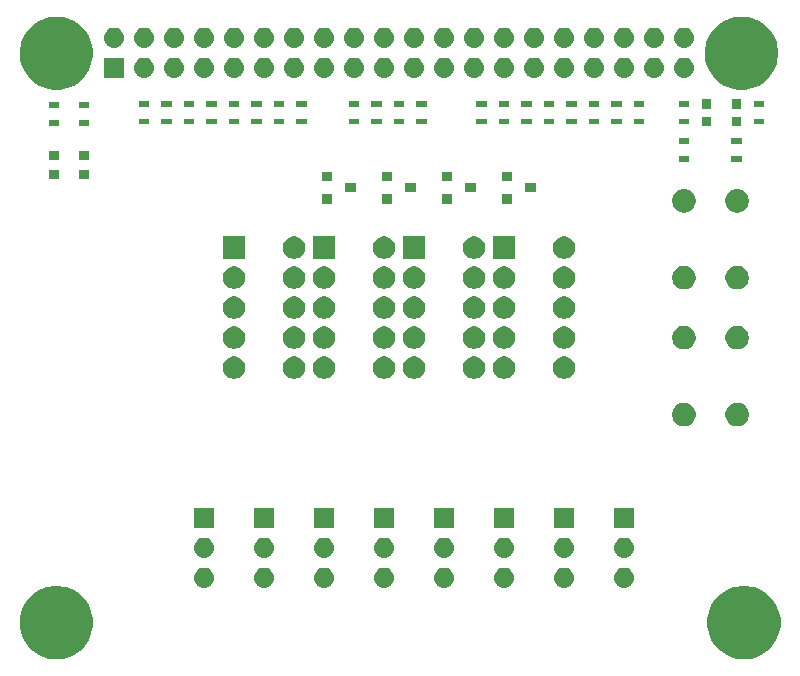
<source format=gbr>
G04 #@! TF.GenerationSoftware,KiCad,Pcbnew,(5.1.4)-1*
G04 #@! TF.CreationDate,2019-10-30T20:18:52-05:00*
G04 #@! TF.ProjectId,shield_display,73686965-6c64-45f6-9469-73706c61792e,rev?*
G04 #@! TF.SameCoordinates,Original*
G04 #@! TF.FileFunction,Soldermask,Top*
G04 #@! TF.FilePolarity,Negative*
%FSLAX46Y46*%
G04 Gerber Fmt 4.6, Leading zero omitted, Abs format (unit mm)*
G04 Created by KiCad (PCBNEW (5.1.4)-1) date 2019-10-30 20:18:52*
%MOMM*%
%LPD*%
G04 APERTURE LIST*
%ADD10C,0.100000*%
G04 APERTURE END LIST*
D10*
G36*
X153385780Y-114967965D02*
G01*
X153685237Y-115027531D01*
X154249401Y-115261215D01*
X154757135Y-115600472D01*
X155188928Y-116032265D01*
X155528185Y-116539999D01*
X155761869Y-117104163D01*
X155881000Y-117703077D01*
X155881000Y-118313723D01*
X155761869Y-118912637D01*
X155528185Y-119476801D01*
X155188928Y-119984535D01*
X154757135Y-120416328D01*
X154249401Y-120755585D01*
X153685237Y-120989269D01*
X153385780Y-121048834D01*
X153086325Y-121108400D01*
X152475675Y-121108400D01*
X152176220Y-121048834D01*
X151876763Y-120989269D01*
X151312599Y-120755585D01*
X150804865Y-120416328D01*
X150373072Y-119984535D01*
X150033815Y-119476801D01*
X149800131Y-118912637D01*
X149681000Y-118313723D01*
X149681000Y-117703077D01*
X149800131Y-117104163D01*
X150033815Y-116539999D01*
X150373072Y-116032265D01*
X150804865Y-115600472D01*
X151312599Y-115261215D01*
X151876763Y-115027531D01*
X152176220Y-114967965D01*
X152475675Y-114908400D01*
X153086325Y-114908400D01*
X153385780Y-114967965D01*
X153385780Y-114967965D01*
G37*
G36*
X95163780Y-114967965D02*
G01*
X95463237Y-115027531D01*
X96027401Y-115261215D01*
X96535135Y-115600472D01*
X96966928Y-116032265D01*
X97306185Y-116539999D01*
X97539869Y-117104163D01*
X97659000Y-117703077D01*
X97659000Y-118313723D01*
X97539869Y-118912637D01*
X97306185Y-119476801D01*
X96966928Y-119984535D01*
X96535135Y-120416328D01*
X96027401Y-120755585D01*
X95463237Y-120989269D01*
X95163780Y-121048834D01*
X94864325Y-121108400D01*
X94253675Y-121108400D01*
X93954220Y-121048834D01*
X93654763Y-120989269D01*
X93090599Y-120755585D01*
X92582865Y-120416328D01*
X92151072Y-119984535D01*
X91811815Y-119476801D01*
X91578131Y-118912637D01*
X91459000Y-118313723D01*
X91459000Y-117703077D01*
X91578131Y-117104163D01*
X91811815Y-116539999D01*
X92151072Y-116032265D01*
X92582865Y-115600472D01*
X93090599Y-115261215D01*
X93654763Y-115027531D01*
X93954220Y-114967965D01*
X94253675Y-114908400D01*
X94864325Y-114908400D01*
X95163780Y-114967965D01*
X95163780Y-114967965D01*
G37*
G36*
X112307627Y-113360699D02*
G01*
X112387742Y-113385002D01*
X112467855Y-113409303D01*
X112467857Y-113409304D01*
X112615518Y-113488231D01*
X112744949Y-113594451D01*
X112851169Y-113723882D01*
X112930096Y-113871543D01*
X112978701Y-114031773D01*
X112995112Y-114198400D01*
X112978701Y-114365027D01*
X112930096Y-114525257D01*
X112851169Y-114672918D01*
X112744949Y-114802349D01*
X112615518Y-114908569D01*
X112467857Y-114987496D01*
X112467855Y-114987497D01*
X112387742Y-115011799D01*
X112307627Y-115036101D01*
X112182752Y-115048400D01*
X112099248Y-115048400D01*
X111974373Y-115036101D01*
X111894258Y-115011799D01*
X111814145Y-114987497D01*
X111814143Y-114987496D01*
X111666482Y-114908569D01*
X111537051Y-114802349D01*
X111430831Y-114672918D01*
X111351904Y-114525257D01*
X111303299Y-114365027D01*
X111286888Y-114198400D01*
X111303299Y-114031773D01*
X111351904Y-113871543D01*
X111430831Y-113723882D01*
X111537051Y-113594451D01*
X111666482Y-113488231D01*
X111814143Y-113409304D01*
X111814145Y-113409303D01*
X111894258Y-113385002D01*
X111974373Y-113360699D01*
X112099248Y-113348400D01*
X112182752Y-113348400D01*
X112307627Y-113360699D01*
X112307627Y-113360699D01*
G37*
G36*
X127547627Y-113360699D02*
G01*
X127627742Y-113385002D01*
X127707855Y-113409303D01*
X127707857Y-113409304D01*
X127855518Y-113488231D01*
X127984949Y-113594451D01*
X128091169Y-113723882D01*
X128170096Y-113871543D01*
X128218701Y-114031773D01*
X128235112Y-114198400D01*
X128218701Y-114365027D01*
X128170096Y-114525257D01*
X128091169Y-114672918D01*
X127984949Y-114802349D01*
X127855518Y-114908569D01*
X127707857Y-114987496D01*
X127707855Y-114987497D01*
X127627742Y-115011799D01*
X127547627Y-115036101D01*
X127422752Y-115048400D01*
X127339248Y-115048400D01*
X127214373Y-115036101D01*
X127134258Y-115011799D01*
X127054145Y-114987497D01*
X127054143Y-114987496D01*
X126906482Y-114908569D01*
X126777051Y-114802349D01*
X126670831Y-114672918D01*
X126591904Y-114525257D01*
X126543299Y-114365027D01*
X126526888Y-114198400D01*
X126543299Y-114031773D01*
X126591904Y-113871543D01*
X126670831Y-113723882D01*
X126777051Y-113594451D01*
X126906482Y-113488231D01*
X127054143Y-113409304D01*
X127054145Y-113409303D01*
X127134258Y-113385002D01*
X127214373Y-113360699D01*
X127339248Y-113348400D01*
X127422752Y-113348400D01*
X127547627Y-113360699D01*
X127547627Y-113360699D01*
G37*
G36*
X142787627Y-113360699D02*
G01*
X142867742Y-113385002D01*
X142947855Y-113409303D01*
X142947857Y-113409304D01*
X143095518Y-113488231D01*
X143224949Y-113594451D01*
X143331169Y-113723882D01*
X143410096Y-113871543D01*
X143458701Y-114031773D01*
X143475112Y-114198400D01*
X143458701Y-114365027D01*
X143410096Y-114525257D01*
X143331169Y-114672918D01*
X143224949Y-114802349D01*
X143095518Y-114908569D01*
X142947857Y-114987496D01*
X142947855Y-114987497D01*
X142867742Y-115011799D01*
X142787627Y-115036101D01*
X142662752Y-115048400D01*
X142579248Y-115048400D01*
X142454373Y-115036101D01*
X142374258Y-115011799D01*
X142294145Y-114987497D01*
X142294143Y-114987496D01*
X142146482Y-114908569D01*
X142017051Y-114802349D01*
X141910831Y-114672918D01*
X141831904Y-114525257D01*
X141783299Y-114365027D01*
X141766888Y-114198400D01*
X141783299Y-114031773D01*
X141831904Y-113871543D01*
X141910831Y-113723882D01*
X142017051Y-113594451D01*
X142146482Y-113488231D01*
X142294143Y-113409304D01*
X142294145Y-113409303D01*
X142374258Y-113385002D01*
X142454373Y-113360699D01*
X142579248Y-113348400D01*
X142662752Y-113348400D01*
X142787627Y-113360699D01*
X142787627Y-113360699D01*
G37*
G36*
X137707627Y-113360699D02*
G01*
X137787742Y-113385002D01*
X137867855Y-113409303D01*
X137867857Y-113409304D01*
X138015518Y-113488231D01*
X138144949Y-113594451D01*
X138251169Y-113723882D01*
X138330096Y-113871543D01*
X138378701Y-114031773D01*
X138395112Y-114198400D01*
X138378701Y-114365027D01*
X138330096Y-114525257D01*
X138251169Y-114672918D01*
X138144949Y-114802349D01*
X138015518Y-114908569D01*
X137867857Y-114987496D01*
X137867855Y-114987497D01*
X137787742Y-115011799D01*
X137707627Y-115036101D01*
X137582752Y-115048400D01*
X137499248Y-115048400D01*
X137374373Y-115036101D01*
X137294258Y-115011799D01*
X137214145Y-114987497D01*
X137214143Y-114987496D01*
X137066482Y-114908569D01*
X136937051Y-114802349D01*
X136830831Y-114672918D01*
X136751904Y-114525257D01*
X136703299Y-114365027D01*
X136686888Y-114198400D01*
X136703299Y-114031773D01*
X136751904Y-113871543D01*
X136830831Y-113723882D01*
X136937051Y-113594451D01*
X137066482Y-113488231D01*
X137214143Y-113409304D01*
X137214145Y-113409303D01*
X137294258Y-113385002D01*
X137374373Y-113360699D01*
X137499248Y-113348400D01*
X137582752Y-113348400D01*
X137707627Y-113360699D01*
X137707627Y-113360699D01*
G37*
G36*
X122467627Y-113360699D02*
G01*
X122547742Y-113385002D01*
X122627855Y-113409303D01*
X122627857Y-113409304D01*
X122775518Y-113488231D01*
X122904949Y-113594451D01*
X123011169Y-113723882D01*
X123090096Y-113871543D01*
X123138701Y-114031773D01*
X123155112Y-114198400D01*
X123138701Y-114365027D01*
X123090096Y-114525257D01*
X123011169Y-114672918D01*
X122904949Y-114802349D01*
X122775518Y-114908569D01*
X122627857Y-114987496D01*
X122627855Y-114987497D01*
X122547742Y-115011799D01*
X122467627Y-115036101D01*
X122342752Y-115048400D01*
X122259248Y-115048400D01*
X122134373Y-115036101D01*
X122054258Y-115011799D01*
X121974145Y-114987497D01*
X121974143Y-114987496D01*
X121826482Y-114908569D01*
X121697051Y-114802349D01*
X121590831Y-114672918D01*
X121511904Y-114525257D01*
X121463299Y-114365027D01*
X121446888Y-114198400D01*
X121463299Y-114031773D01*
X121511904Y-113871543D01*
X121590831Y-113723882D01*
X121697051Y-113594451D01*
X121826482Y-113488231D01*
X121974143Y-113409304D01*
X121974145Y-113409303D01*
X122054258Y-113385002D01*
X122134373Y-113360699D01*
X122259248Y-113348400D01*
X122342752Y-113348400D01*
X122467627Y-113360699D01*
X122467627Y-113360699D01*
G37*
G36*
X107227627Y-113360699D02*
G01*
X107307742Y-113385002D01*
X107387855Y-113409303D01*
X107387857Y-113409304D01*
X107535518Y-113488231D01*
X107664949Y-113594451D01*
X107771169Y-113723882D01*
X107850096Y-113871543D01*
X107898701Y-114031773D01*
X107915112Y-114198400D01*
X107898701Y-114365027D01*
X107850096Y-114525257D01*
X107771169Y-114672918D01*
X107664949Y-114802349D01*
X107535518Y-114908569D01*
X107387857Y-114987496D01*
X107387855Y-114987497D01*
X107307742Y-115011799D01*
X107227627Y-115036101D01*
X107102752Y-115048400D01*
X107019248Y-115048400D01*
X106894373Y-115036101D01*
X106814258Y-115011799D01*
X106734145Y-114987497D01*
X106734143Y-114987496D01*
X106586482Y-114908569D01*
X106457051Y-114802349D01*
X106350831Y-114672918D01*
X106271904Y-114525257D01*
X106223299Y-114365027D01*
X106206888Y-114198400D01*
X106223299Y-114031773D01*
X106271904Y-113871543D01*
X106350831Y-113723882D01*
X106457051Y-113594451D01*
X106586482Y-113488231D01*
X106734143Y-113409304D01*
X106734145Y-113409303D01*
X106814258Y-113385002D01*
X106894373Y-113360699D01*
X107019248Y-113348400D01*
X107102752Y-113348400D01*
X107227627Y-113360699D01*
X107227627Y-113360699D01*
G37*
G36*
X117387627Y-113360699D02*
G01*
X117467742Y-113385002D01*
X117547855Y-113409303D01*
X117547857Y-113409304D01*
X117695518Y-113488231D01*
X117824949Y-113594451D01*
X117931169Y-113723882D01*
X118010096Y-113871543D01*
X118058701Y-114031773D01*
X118075112Y-114198400D01*
X118058701Y-114365027D01*
X118010096Y-114525257D01*
X117931169Y-114672918D01*
X117824949Y-114802349D01*
X117695518Y-114908569D01*
X117547857Y-114987496D01*
X117547855Y-114987497D01*
X117467742Y-115011799D01*
X117387627Y-115036101D01*
X117262752Y-115048400D01*
X117179248Y-115048400D01*
X117054373Y-115036101D01*
X116974258Y-115011799D01*
X116894145Y-114987497D01*
X116894143Y-114987496D01*
X116746482Y-114908569D01*
X116617051Y-114802349D01*
X116510831Y-114672918D01*
X116431904Y-114525257D01*
X116383299Y-114365027D01*
X116366888Y-114198400D01*
X116383299Y-114031773D01*
X116431904Y-113871543D01*
X116510831Y-113723882D01*
X116617051Y-113594451D01*
X116746482Y-113488231D01*
X116894143Y-113409304D01*
X116894145Y-113409303D01*
X116974258Y-113385002D01*
X117054373Y-113360699D01*
X117179248Y-113348400D01*
X117262752Y-113348400D01*
X117387627Y-113360699D01*
X117387627Y-113360699D01*
G37*
G36*
X132627627Y-113360699D02*
G01*
X132707742Y-113385002D01*
X132787855Y-113409303D01*
X132787857Y-113409304D01*
X132935518Y-113488231D01*
X133064949Y-113594451D01*
X133171169Y-113723882D01*
X133250096Y-113871543D01*
X133298701Y-114031773D01*
X133315112Y-114198400D01*
X133298701Y-114365027D01*
X133250096Y-114525257D01*
X133171169Y-114672918D01*
X133064949Y-114802349D01*
X132935518Y-114908569D01*
X132787857Y-114987496D01*
X132787855Y-114987497D01*
X132707742Y-115011799D01*
X132627627Y-115036101D01*
X132502752Y-115048400D01*
X132419248Y-115048400D01*
X132294373Y-115036101D01*
X132214258Y-115011799D01*
X132134145Y-114987497D01*
X132134143Y-114987496D01*
X131986482Y-114908569D01*
X131857051Y-114802349D01*
X131750831Y-114672918D01*
X131671904Y-114525257D01*
X131623299Y-114365027D01*
X131606888Y-114198400D01*
X131623299Y-114031773D01*
X131671904Y-113871543D01*
X131750831Y-113723882D01*
X131857051Y-113594451D01*
X131986482Y-113488231D01*
X132134143Y-113409304D01*
X132134145Y-113409303D01*
X132214258Y-113385002D01*
X132294373Y-113360699D01*
X132419248Y-113348400D01*
X132502752Y-113348400D01*
X132627627Y-113360699D01*
X132627627Y-113360699D01*
G37*
G36*
X137707627Y-110820699D02*
G01*
X137787742Y-110845001D01*
X137867855Y-110869303D01*
X137867857Y-110869304D01*
X138015518Y-110948231D01*
X138144949Y-111054451D01*
X138251169Y-111183882D01*
X138330096Y-111331543D01*
X138378701Y-111491773D01*
X138395112Y-111658400D01*
X138378701Y-111825027D01*
X138330096Y-111985257D01*
X138251169Y-112132918D01*
X138144949Y-112262349D01*
X138015518Y-112368569D01*
X137867857Y-112447496D01*
X137867855Y-112447497D01*
X137787742Y-112471799D01*
X137707627Y-112496101D01*
X137582752Y-112508400D01*
X137499248Y-112508400D01*
X137374373Y-112496101D01*
X137294258Y-112471799D01*
X137214145Y-112447497D01*
X137214143Y-112447496D01*
X137066482Y-112368569D01*
X136937051Y-112262349D01*
X136830831Y-112132918D01*
X136751904Y-111985257D01*
X136703299Y-111825027D01*
X136686888Y-111658400D01*
X136703299Y-111491773D01*
X136751904Y-111331543D01*
X136830831Y-111183882D01*
X136937051Y-111054451D01*
X137066482Y-110948231D01*
X137214143Y-110869304D01*
X137214145Y-110869303D01*
X137294258Y-110845001D01*
X137374373Y-110820699D01*
X137499248Y-110808400D01*
X137582752Y-110808400D01*
X137707627Y-110820699D01*
X137707627Y-110820699D01*
G37*
G36*
X127547627Y-110820699D02*
G01*
X127627742Y-110845001D01*
X127707855Y-110869303D01*
X127707857Y-110869304D01*
X127855518Y-110948231D01*
X127984949Y-111054451D01*
X128091169Y-111183882D01*
X128170096Y-111331543D01*
X128218701Y-111491773D01*
X128235112Y-111658400D01*
X128218701Y-111825027D01*
X128170096Y-111985257D01*
X128091169Y-112132918D01*
X127984949Y-112262349D01*
X127855518Y-112368569D01*
X127707857Y-112447496D01*
X127707855Y-112447497D01*
X127627742Y-112471799D01*
X127547627Y-112496101D01*
X127422752Y-112508400D01*
X127339248Y-112508400D01*
X127214373Y-112496101D01*
X127134258Y-112471799D01*
X127054145Y-112447497D01*
X127054143Y-112447496D01*
X126906482Y-112368569D01*
X126777051Y-112262349D01*
X126670831Y-112132918D01*
X126591904Y-111985257D01*
X126543299Y-111825027D01*
X126526888Y-111658400D01*
X126543299Y-111491773D01*
X126591904Y-111331543D01*
X126670831Y-111183882D01*
X126777051Y-111054451D01*
X126906482Y-110948231D01*
X127054143Y-110869304D01*
X127054145Y-110869303D01*
X127134258Y-110845001D01*
X127214373Y-110820699D01*
X127339248Y-110808400D01*
X127422752Y-110808400D01*
X127547627Y-110820699D01*
X127547627Y-110820699D01*
G37*
G36*
X142787627Y-110820699D02*
G01*
X142867742Y-110845001D01*
X142947855Y-110869303D01*
X142947857Y-110869304D01*
X143095518Y-110948231D01*
X143224949Y-111054451D01*
X143331169Y-111183882D01*
X143410096Y-111331543D01*
X143458701Y-111491773D01*
X143475112Y-111658400D01*
X143458701Y-111825027D01*
X143410096Y-111985257D01*
X143331169Y-112132918D01*
X143224949Y-112262349D01*
X143095518Y-112368569D01*
X142947857Y-112447496D01*
X142947855Y-112447497D01*
X142867742Y-112471799D01*
X142787627Y-112496101D01*
X142662752Y-112508400D01*
X142579248Y-112508400D01*
X142454373Y-112496101D01*
X142374258Y-112471799D01*
X142294145Y-112447497D01*
X142294143Y-112447496D01*
X142146482Y-112368569D01*
X142017051Y-112262349D01*
X141910831Y-112132918D01*
X141831904Y-111985257D01*
X141783299Y-111825027D01*
X141766888Y-111658400D01*
X141783299Y-111491773D01*
X141831904Y-111331543D01*
X141910831Y-111183882D01*
X142017051Y-111054451D01*
X142146482Y-110948231D01*
X142294143Y-110869304D01*
X142294145Y-110869303D01*
X142374258Y-110845001D01*
X142454373Y-110820699D01*
X142579248Y-110808400D01*
X142662752Y-110808400D01*
X142787627Y-110820699D01*
X142787627Y-110820699D01*
G37*
G36*
X122467627Y-110820699D02*
G01*
X122547742Y-110845001D01*
X122627855Y-110869303D01*
X122627857Y-110869304D01*
X122775518Y-110948231D01*
X122904949Y-111054451D01*
X123011169Y-111183882D01*
X123090096Y-111331543D01*
X123138701Y-111491773D01*
X123155112Y-111658400D01*
X123138701Y-111825027D01*
X123090096Y-111985257D01*
X123011169Y-112132918D01*
X122904949Y-112262349D01*
X122775518Y-112368569D01*
X122627857Y-112447496D01*
X122627855Y-112447497D01*
X122547742Y-112471799D01*
X122467627Y-112496101D01*
X122342752Y-112508400D01*
X122259248Y-112508400D01*
X122134373Y-112496101D01*
X122054258Y-112471799D01*
X121974145Y-112447497D01*
X121974143Y-112447496D01*
X121826482Y-112368569D01*
X121697051Y-112262349D01*
X121590831Y-112132918D01*
X121511904Y-111985257D01*
X121463299Y-111825027D01*
X121446888Y-111658400D01*
X121463299Y-111491773D01*
X121511904Y-111331543D01*
X121590831Y-111183882D01*
X121697051Y-111054451D01*
X121826482Y-110948231D01*
X121974143Y-110869304D01*
X121974145Y-110869303D01*
X122054258Y-110845001D01*
X122134373Y-110820699D01*
X122259248Y-110808400D01*
X122342752Y-110808400D01*
X122467627Y-110820699D01*
X122467627Y-110820699D01*
G37*
G36*
X117387627Y-110820699D02*
G01*
X117467742Y-110845001D01*
X117547855Y-110869303D01*
X117547857Y-110869304D01*
X117695518Y-110948231D01*
X117824949Y-111054451D01*
X117931169Y-111183882D01*
X118010096Y-111331543D01*
X118058701Y-111491773D01*
X118075112Y-111658400D01*
X118058701Y-111825027D01*
X118010096Y-111985257D01*
X117931169Y-112132918D01*
X117824949Y-112262349D01*
X117695518Y-112368569D01*
X117547857Y-112447496D01*
X117547855Y-112447497D01*
X117467742Y-112471799D01*
X117387627Y-112496101D01*
X117262752Y-112508400D01*
X117179248Y-112508400D01*
X117054373Y-112496101D01*
X116974258Y-112471799D01*
X116894145Y-112447497D01*
X116894143Y-112447496D01*
X116746482Y-112368569D01*
X116617051Y-112262349D01*
X116510831Y-112132918D01*
X116431904Y-111985257D01*
X116383299Y-111825027D01*
X116366888Y-111658400D01*
X116383299Y-111491773D01*
X116431904Y-111331543D01*
X116510831Y-111183882D01*
X116617051Y-111054451D01*
X116746482Y-110948231D01*
X116894143Y-110869304D01*
X116894145Y-110869303D01*
X116974258Y-110845001D01*
X117054373Y-110820699D01*
X117179248Y-110808400D01*
X117262752Y-110808400D01*
X117387627Y-110820699D01*
X117387627Y-110820699D01*
G37*
G36*
X107227627Y-110820699D02*
G01*
X107307742Y-110845001D01*
X107387855Y-110869303D01*
X107387857Y-110869304D01*
X107535518Y-110948231D01*
X107664949Y-111054451D01*
X107771169Y-111183882D01*
X107850096Y-111331543D01*
X107898701Y-111491773D01*
X107915112Y-111658400D01*
X107898701Y-111825027D01*
X107850096Y-111985257D01*
X107771169Y-112132918D01*
X107664949Y-112262349D01*
X107535518Y-112368569D01*
X107387857Y-112447496D01*
X107387855Y-112447497D01*
X107307742Y-112471799D01*
X107227627Y-112496101D01*
X107102752Y-112508400D01*
X107019248Y-112508400D01*
X106894373Y-112496101D01*
X106814258Y-112471799D01*
X106734145Y-112447497D01*
X106734143Y-112447496D01*
X106586482Y-112368569D01*
X106457051Y-112262349D01*
X106350831Y-112132918D01*
X106271904Y-111985257D01*
X106223299Y-111825027D01*
X106206888Y-111658400D01*
X106223299Y-111491773D01*
X106271904Y-111331543D01*
X106350831Y-111183882D01*
X106457051Y-111054451D01*
X106586482Y-110948231D01*
X106734143Y-110869304D01*
X106734145Y-110869303D01*
X106814258Y-110845001D01*
X106894373Y-110820699D01*
X107019248Y-110808400D01*
X107102752Y-110808400D01*
X107227627Y-110820699D01*
X107227627Y-110820699D01*
G37*
G36*
X112307627Y-110820699D02*
G01*
X112387742Y-110845001D01*
X112467855Y-110869303D01*
X112467857Y-110869304D01*
X112615518Y-110948231D01*
X112744949Y-111054451D01*
X112851169Y-111183882D01*
X112930096Y-111331543D01*
X112978701Y-111491773D01*
X112995112Y-111658400D01*
X112978701Y-111825027D01*
X112930096Y-111985257D01*
X112851169Y-112132918D01*
X112744949Y-112262349D01*
X112615518Y-112368569D01*
X112467857Y-112447496D01*
X112467855Y-112447497D01*
X112387742Y-112471799D01*
X112307627Y-112496101D01*
X112182752Y-112508400D01*
X112099248Y-112508400D01*
X111974373Y-112496101D01*
X111894258Y-112471799D01*
X111814145Y-112447497D01*
X111814143Y-112447496D01*
X111666482Y-112368569D01*
X111537051Y-112262349D01*
X111430831Y-112132918D01*
X111351904Y-111985257D01*
X111303299Y-111825027D01*
X111286888Y-111658400D01*
X111303299Y-111491773D01*
X111351904Y-111331543D01*
X111430831Y-111183882D01*
X111537051Y-111054451D01*
X111666482Y-110948231D01*
X111814143Y-110869304D01*
X111814145Y-110869303D01*
X111894258Y-110845001D01*
X111974373Y-110820699D01*
X112099248Y-110808400D01*
X112182752Y-110808400D01*
X112307627Y-110820699D01*
X112307627Y-110820699D01*
G37*
G36*
X132627627Y-110820699D02*
G01*
X132707742Y-110845001D01*
X132787855Y-110869303D01*
X132787857Y-110869304D01*
X132935518Y-110948231D01*
X133064949Y-111054451D01*
X133171169Y-111183882D01*
X133250096Y-111331543D01*
X133298701Y-111491773D01*
X133315112Y-111658400D01*
X133298701Y-111825027D01*
X133250096Y-111985257D01*
X133171169Y-112132918D01*
X133064949Y-112262349D01*
X132935518Y-112368569D01*
X132787857Y-112447496D01*
X132787855Y-112447497D01*
X132707742Y-112471799D01*
X132627627Y-112496101D01*
X132502752Y-112508400D01*
X132419248Y-112508400D01*
X132294373Y-112496101D01*
X132214258Y-112471799D01*
X132134145Y-112447497D01*
X132134143Y-112447496D01*
X131986482Y-112368569D01*
X131857051Y-112262349D01*
X131750831Y-112132918D01*
X131671904Y-111985257D01*
X131623299Y-111825027D01*
X131606888Y-111658400D01*
X131623299Y-111491773D01*
X131671904Y-111331543D01*
X131750831Y-111183882D01*
X131857051Y-111054451D01*
X131986482Y-110948231D01*
X132134143Y-110869304D01*
X132134145Y-110869303D01*
X132214258Y-110845001D01*
X132294373Y-110820699D01*
X132419248Y-110808400D01*
X132502752Y-110808400D01*
X132627627Y-110820699D01*
X132627627Y-110820699D01*
G37*
G36*
X118071000Y-109968400D02*
G01*
X116371000Y-109968400D01*
X116371000Y-108268400D01*
X118071000Y-108268400D01*
X118071000Y-109968400D01*
X118071000Y-109968400D01*
G37*
G36*
X112991000Y-109968400D02*
G01*
X111291000Y-109968400D01*
X111291000Y-108268400D01*
X112991000Y-108268400D01*
X112991000Y-109968400D01*
X112991000Y-109968400D01*
G37*
G36*
X107911000Y-109968400D02*
G01*
X106211000Y-109968400D01*
X106211000Y-108268400D01*
X107911000Y-108268400D01*
X107911000Y-109968400D01*
X107911000Y-109968400D01*
G37*
G36*
X133311000Y-109968400D02*
G01*
X131611000Y-109968400D01*
X131611000Y-108268400D01*
X133311000Y-108268400D01*
X133311000Y-109968400D01*
X133311000Y-109968400D01*
G37*
G36*
X128231000Y-109968400D02*
G01*
X126531000Y-109968400D01*
X126531000Y-108268400D01*
X128231000Y-108268400D01*
X128231000Y-109968400D01*
X128231000Y-109968400D01*
G37*
G36*
X143471000Y-109968400D02*
G01*
X141771000Y-109968400D01*
X141771000Y-108268400D01*
X143471000Y-108268400D01*
X143471000Y-109968400D01*
X143471000Y-109968400D01*
G37*
G36*
X138391000Y-109968400D02*
G01*
X136691000Y-109968400D01*
X136691000Y-108268400D01*
X138391000Y-108268400D01*
X138391000Y-109968400D01*
X138391000Y-109968400D01*
G37*
G36*
X123151000Y-109968400D02*
G01*
X121451000Y-109968400D01*
X121451000Y-108268400D01*
X123151000Y-108268400D01*
X123151000Y-109968400D01*
X123151000Y-109968400D01*
G37*
G36*
X147928290Y-99404019D02*
G01*
X147992689Y-99416829D01*
X148174678Y-99492211D01*
X148338463Y-99601649D01*
X148477751Y-99740937D01*
X148587189Y-99904722D01*
X148662571Y-100086711D01*
X148701000Y-100279909D01*
X148701000Y-100476891D01*
X148662571Y-100670089D01*
X148587189Y-100852078D01*
X148477751Y-101015863D01*
X148338463Y-101155151D01*
X148174678Y-101264589D01*
X147992689Y-101339971D01*
X147928290Y-101352781D01*
X147799493Y-101378400D01*
X147602507Y-101378400D01*
X147473710Y-101352781D01*
X147409311Y-101339971D01*
X147227322Y-101264589D01*
X147063537Y-101155151D01*
X146924249Y-101015863D01*
X146814811Y-100852078D01*
X146739429Y-100670089D01*
X146701000Y-100476891D01*
X146701000Y-100279909D01*
X146739429Y-100086711D01*
X146814811Y-99904722D01*
X146924249Y-99740937D01*
X147063537Y-99601649D01*
X147227322Y-99492211D01*
X147409311Y-99416829D01*
X147473710Y-99404019D01*
X147602507Y-99378400D01*
X147799493Y-99378400D01*
X147928290Y-99404019D01*
X147928290Y-99404019D01*
G37*
G36*
X152428290Y-99404019D02*
G01*
X152492689Y-99416829D01*
X152674678Y-99492211D01*
X152838463Y-99601649D01*
X152977751Y-99740937D01*
X153087189Y-99904722D01*
X153162571Y-100086711D01*
X153201000Y-100279909D01*
X153201000Y-100476891D01*
X153162571Y-100670089D01*
X153087189Y-100852078D01*
X152977751Y-101015863D01*
X152838463Y-101155151D01*
X152674678Y-101264589D01*
X152492689Y-101339971D01*
X152428290Y-101352781D01*
X152299493Y-101378400D01*
X152102507Y-101378400D01*
X151973710Y-101352781D01*
X151909311Y-101339971D01*
X151727322Y-101264589D01*
X151563537Y-101155151D01*
X151424249Y-101015863D01*
X151314811Y-100852078D01*
X151239429Y-100670089D01*
X151201000Y-100476891D01*
X151201000Y-100279909D01*
X151239429Y-100086711D01*
X151314811Y-99904722D01*
X151424249Y-99740937D01*
X151563537Y-99601649D01*
X151727322Y-99492211D01*
X151909311Y-99416829D01*
X151973710Y-99404019D01*
X152102507Y-99378400D01*
X152299493Y-99378400D01*
X152428290Y-99404019D01*
X152428290Y-99404019D01*
G37*
G36*
X130198092Y-95504946D02*
G01*
X130370973Y-95576556D01*
X130370975Y-95576557D01*
X130526564Y-95680518D01*
X130658882Y-95812836D01*
X130762843Y-95968425D01*
X130762844Y-95968427D01*
X130834454Y-96141308D01*
X130870960Y-96324836D01*
X130870960Y-96511964D01*
X130834454Y-96695492D01*
X130762844Y-96868373D01*
X130762843Y-96868375D01*
X130658882Y-97023964D01*
X130526564Y-97156282D01*
X130370975Y-97260243D01*
X130370974Y-97260244D01*
X130370973Y-97260244D01*
X130198092Y-97331854D01*
X130014564Y-97368360D01*
X129827436Y-97368360D01*
X129643908Y-97331854D01*
X129471027Y-97260244D01*
X129471026Y-97260244D01*
X129471025Y-97260243D01*
X129315436Y-97156282D01*
X129183118Y-97023964D01*
X129079157Y-96868375D01*
X129079156Y-96868373D01*
X129007546Y-96695492D01*
X128971040Y-96511964D01*
X128971040Y-96324836D01*
X129007546Y-96141308D01*
X129079156Y-95968427D01*
X129079157Y-95968425D01*
X129183118Y-95812836D01*
X129315436Y-95680518D01*
X129471025Y-95576557D01*
X129471027Y-95576556D01*
X129643908Y-95504946D01*
X129827436Y-95468440D01*
X130014564Y-95468440D01*
X130198092Y-95504946D01*
X130198092Y-95504946D01*
G37*
G36*
X125118092Y-95504946D02*
G01*
X125290973Y-95576556D01*
X125290975Y-95576557D01*
X125446564Y-95680518D01*
X125578882Y-95812836D01*
X125682843Y-95968425D01*
X125682844Y-95968427D01*
X125754454Y-96141308D01*
X125790960Y-96324836D01*
X125790960Y-96511964D01*
X125754454Y-96695492D01*
X125682844Y-96868373D01*
X125682843Y-96868375D01*
X125578882Y-97023964D01*
X125446564Y-97156282D01*
X125290975Y-97260243D01*
X125290974Y-97260244D01*
X125290973Y-97260244D01*
X125118092Y-97331854D01*
X124934564Y-97368360D01*
X124747436Y-97368360D01*
X124563908Y-97331854D01*
X124391027Y-97260244D01*
X124391026Y-97260244D01*
X124391025Y-97260243D01*
X124235436Y-97156282D01*
X124103118Y-97023964D01*
X123999157Y-96868375D01*
X123999156Y-96868373D01*
X123927546Y-96695492D01*
X123891040Y-96511964D01*
X123891040Y-96324836D01*
X123927546Y-96141308D01*
X123999156Y-95968427D01*
X123999157Y-95968425D01*
X124103118Y-95812836D01*
X124235436Y-95680518D01*
X124391025Y-95576557D01*
X124391027Y-95576556D01*
X124563908Y-95504946D01*
X124747436Y-95468440D01*
X124934564Y-95468440D01*
X125118092Y-95504946D01*
X125118092Y-95504946D01*
G37*
G36*
X122578092Y-95504946D02*
G01*
X122750973Y-95576556D01*
X122750975Y-95576557D01*
X122906564Y-95680518D01*
X123038882Y-95812836D01*
X123142843Y-95968425D01*
X123142844Y-95968427D01*
X123214454Y-96141308D01*
X123250960Y-96324836D01*
X123250960Y-96511964D01*
X123214454Y-96695492D01*
X123142844Y-96868373D01*
X123142843Y-96868375D01*
X123038882Y-97023964D01*
X122906564Y-97156282D01*
X122750975Y-97260243D01*
X122750974Y-97260244D01*
X122750973Y-97260244D01*
X122578092Y-97331854D01*
X122394564Y-97368360D01*
X122207436Y-97368360D01*
X122023908Y-97331854D01*
X121851027Y-97260244D01*
X121851026Y-97260244D01*
X121851025Y-97260243D01*
X121695436Y-97156282D01*
X121563118Y-97023964D01*
X121459157Y-96868375D01*
X121459156Y-96868373D01*
X121387546Y-96695492D01*
X121351040Y-96511964D01*
X121351040Y-96324836D01*
X121387546Y-96141308D01*
X121459156Y-95968427D01*
X121459157Y-95968425D01*
X121563118Y-95812836D01*
X121695436Y-95680518D01*
X121851025Y-95576557D01*
X121851027Y-95576556D01*
X122023908Y-95504946D01*
X122207436Y-95468440D01*
X122394564Y-95468440D01*
X122578092Y-95504946D01*
X122578092Y-95504946D01*
G37*
G36*
X117498092Y-95504946D02*
G01*
X117670973Y-95576556D01*
X117670975Y-95576557D01*
X117826564Y-95680518D01*
X117958882Y-95812836D01*
X118062843Y-95968425D01*
X118062844Y-95968427D01*
X118134454Y-96141308D01*
X118170960Y-96324836D01*
X118170960Y-96511964D01*
X118134454Y-96695492D01*
X118062844Y-96868373D01*
X118062843Y-96868375D01*
X117958882Y-97023964D01*
X117826564Y-97156282D01*
X117670975Y-97260243D01*
X117670974Y-97260244D01*
X117670973Y-97260244D01*
X117498092Y-97331854D01*
X117314564Y-97368360D01*
X117127436Y-97368360D01*
X116943908Y-97331854D01*
X116771027Y-97260244D01*
X116771026Y-97260244D01*
X116771025Y-97260243D01*
X116615436Y-97156282D01*
X116483118Y-97023964D01*
X116379157Y-96868375D01*
X116379156Y-96868373D01*
X116307546Y-96695492D01*
X116271040Y-96511964D01*
X116271040Y-96324836D01*
X116307546Y-96141308D01*
X116379156Y-95968427D01*
X116379157Y-95968425D01*
X116483118Y-95812836D01*
X116615436Y-95680518D01*
X116771025Y-95576557D01*
X116771027Y-95576556D01*
X116943908Y-95504946D01*
X117127436Y-95468440D01*
X117314564Y-95468440D01*
X117498092Y-95504946D01*
X117498092Y-95504946D01*
G37*
G36*
X109878092Y-95504946D02*
G01*
X110050973Y-95576556D01*
X110050975Y-95576557D01*
X110206564Y-95680518D01*
X110338882Y-95812836D01*
X110442843Y-95968425D01*
X110442844Y-95968427D01*
X110514454Y-96141308D01*
X110550960Y-96324836D01*
X110550960Y-96511964D01*
X110514454Y-96695492D01*
X110442844Y-96868373D01*
X110442843Y-96868375D01*
X110338882Y-97023964D01*
X110206564Y-97156282D01*
X110050975Y-97260243D01*
X110050974Y-97260244D01*
X110050973Y-97260244D01*
X109878092Y-97331854D01*
X109694564Y-97368360D01*
X109507436Y-97368360D01*
X109323908Y-97331854D01*
X109151027Y-97260244D01*
X109151026Y-97260244D01*
X109151025Y-97260243D01*
X108995436Y-97156282D01*
X108863118Y-97023964D01*
X108759157Y-96868375D01*
X108759156Y-96868373D01*
X108687546Y-96695492D01*
X108651040Y-96511964D01*
X108651040Y-96324836D01*
X108687546Y-96141308D01*
X108759156Y-95968427D01*
X108759157Y-95968425D01*
X108863118Y-95812836D01*
X108995436Y-95680518D01*
X109151025Y-95576557D01*
X109151027Y-95576556D01*
X109323908Y-95504946D01*
X109507436Y-95468440D01*
X109694564Y-95468440D01*
X109878092Y-95504946D01*
X109878092Y-95504946D01*
G37*
G36*
X114958092Y-95504946D02*
G01*
X115130973Y-95576556D01*
X115130975Y-95576557D01*
X115286564Y-95680518D01*
X115418882Y-95812836D01*
X115522843Y-95968425D01*
X115522844Y-95968427D01*
X115594454Y-96141308D01*
X115630960Y-96324836D01*
X115630960Y-96511964D01*
X115594454Y-96695492D01*
X115522844Y-96868373D01*
X115522843Y-96868375D01*
X115418882Y-97023964D01*
X115286564Y-97156282D01*
X115130975Y-97260243D01*
X115130974Y-97260244D01*
X115130973Y-97260244D01*
X114958092Y-97331854D01*
X114774564Y-97368360D01*
X114587436Y-97368360D01*
X114403908Y-97331854D01*
X114231027Y-97260244D01*
X114231026Y-97260244D01*
X114231025Y-97260243D01*
X114075436Y-97156282D01*
X113943118Y-97023964D01*
X113839157Y-96868375D01*
X113839156Y-96868373D01*
X113767546Y-96695492D01*
X113731040Y-96511964D01*
X113731040Y-96324836D01*
X113767546Y-96141308D01*
X113839156Y-95968427D01*
X113839157Y-95968425D01*
X113943118Y-95812836D01*
X114075436Y-95680518D01*
X114231025Y-95576557D01*
X114231027Y-95576556D01*
X114403908Y-95504946D01*
X114587436Y-95468440D01*
X114774564Y-95468440D01*
X114958092Y-95504946D01*
X114958092Y-95504946D01*
G37*
G36*
X137818092Y-95504946D02*
G01*
X137990973Y-95576556D01*
X137990975Y-95576557D01*
X138146564Y-95680518D01*
X138278882Y-95812836D01*
X138382843Y-95968425D01*
X138382844Y-95968427D01*
X138454454Y-96141308D01*
X138490960Y-96324836D01*
X138490960Y-96511964D01*
X138454454Y-96695492D01*
X138382844Y-96868373D01*
X138382843Y-96868375D01*
X138278882Y-97023964D01*
X138146564Y-97156282D01*
X137990975Y-97260243D01*
X137990974Y-97260244D01*
X137990973Y-97260244D01*
X137818092Y-97331854D01*
X137634564Y-97368360D01*
X137447436Y-97368360D01*
X137263908Y-97331854D01*
X137091027Y-97260244D01*
X137091026Y-97260244D01*
X137091025Y-97260243D01*
X136935436Y-97156282D01*
X136803118Y-97023964D01*
X136699157Y-96868375D01*
X136699156Y-96868373D01*
X136627546Y-96695492D01*
X136591040Y-96511964D01*
X136591040Y-96324836D01*
X136627546Y-96141308D01*
X136699156Y-95968427D01*
X136699157Y-95968425D01*
X136803118Y-95812836D01*
X136935436Y-95680518D01*
X137091025Y-95576557D01*
X137091027Y-95576556D01*
X137263908Y-95504946D01*
X137447436Y-95468440D01*
X137634564Y-95468440D01*
X137818092Y-95504946D01*
X137818092Y-95504946D01*
G37*
G36*
X132738092Y-95504946D02*
G01*
X132910973Y-95576556D01*
X132910975Y-95576557D01*
X133066564Y-95680518D01*
X133198882Y-95812836D01*
X133302843Y-95968425D01*
X133302844Y-95968427D01*
X133374454Y-96141308D01*
X133410960Y-96324836D01*
X133410960Y-96511964D01*
X133374454Y-96695492D01*
X133302844Y-96868373D01*
X133302843Y-96868375D01*
X133198882Y-97023964D01*
X133066564Y-97156282D01*
X132910975Y-97260243D01*
X132910974Y-97260244D01*
X132910973Y-97260244D01*
X132738092Y-97331854D01*
X132554564Y-97368360D01*
X132367436Y-97368360D01*
X132183908Y-97331854D01*
X132011027Y-97260244D01*
X132011026Y-97260244D01*
X132011025Y-97260243D01*
X131855436Y-97156282D01*
X131723118Y-97023964D01*
X131619157Y-96868375D01*
X131619156Y-96868373D01*
X131547546Y-96695492D01*
X131511040Y-96511964D01*
X131511040Y-96324836D01*
X131547546Y-96141308D01*
X131619156Y-95968427D01*
X131619157Y-95968425D01*
X131723118Y-95812836D01*
X131855436Y-95680518D01*
X132011025Y-95576557D01*
X132011027Y-95576556D01*
X132183908Y-95504946D01*
X132367436Y-95468440D01*
X132554564Y-95468440D01*
X132738092Y-95504946D01*
X132738092Y-95504946D01*
G37*
G36*
X147928290Y-92904019D02*
G01*
X147992689Y-92916829D01*
X148174678Y-92992211D01*
X148338463Y-93101649D01*
X148477751Y-93240937D01*
X148587189Y-93404722D01*
X148662571Y-93586711D01*
X148701000Y-93779909D01*
X148701000Y-93976891D01*
X148662571Y-94170089D01*
X148587189Y-94352078D01*
X148477751Y-94515863D01*
X148338463Y-94655151D01*
X148174678Y-94764589D01*
X147992689Y-94839971D01*
X147928290Y-94852781D01*
X147799493Y-94878400D01*
X147602507Y-94878400D01*
X147473710Y-94852781D01*
X147409311Y-94839971D01*
X147227322Y-94764589D01*
X147063537Y-94655151D01*
X146924249Y-94515863D01*
X146814811Y-94352078D01*
X146739429Y-94170089D01*
X146701000Y-93976891D01*
X146701000Y-93779909D01*
X146739429Y-93586711D01*
X146814811Y-93404722D01*
X146924249Y-93240937D01*
X147063537Y-93101649D01*
X147227322Y-92992211D01*
X147409311Y-92916829D01*
X147473710Y-92904019D01*
X147602507Y-92878400D01*
X147799493Y-92878400D01*
X147928290Y-92904019D01*
X147928290Y-92904019D01*
G37*
G36*
X152428290Y-92904019D02*
G01*
X152492689Y-92916829D01*
X152674678Y-92992211D01*
X152838463Y-93101649D01*
X152977751Y-93240937D01*
X153087189Y-93404722D01*
X153162571Y-93586711D01*
X153201000Y-93779909D01*
X153201000Y-93976891D01*
X153162571Y-94170089D01*
X153087189Y-94352078D01*
X152977751Y-94515863D01*
X152838463Y-94655151D01*
X152674678Y-94764589D01*
X152492689Y-94839971D01*
X152428290Y-94852781D01*
X152299493Y-94878400D01*
X152102507Y-94878400D01*
X151973710Y-94852781D01*
X151909311Y-94839971D01*
X151727322Y-94764589D01*
X151563537Y-94655151D01*
X151424249Y-94515863D01*
X151314811Y-94352078D01*
X151239429Y-94170089D01*
X151201000Y-93976891D01*
X151201000Y-93779909D01*
X151239429Y-93586711D01*
X151314811Y-93404722D01*
X151424249Y-93240937D01*
X151563537Y-93101649D01*
X151727322Y-92992211D01*
X151909311Y-92916829D01*
X151973710Y-92904019D01*
X152102507Y-92878400D01*
X152299493Y-92878400D01*
X152428290Y-92904019D01*
X152428290Y-92904019D01*
G37*
G36*
X109878092Y-92964946D02*
G01*
X110050973Y-93036556D01*
X110050975Y-93036557D01*
X110206564Y-93140518D01*
X110338882Y-93272836D01*
X110442843Y-93428425D01*
X110442844Y-93428427D01*
X110514454Y-93601308D01*
X110550960Y-93784836D01*
X110550960Y-93971964D01*
X110514454Y-94155492D01*
X110442844Y-94328373D01*
X110442843Y-94328375D01*
X110338882Y-94483964D01*
X110206564Y-94616282D01*
X110050975Y-94720243D01*
X110050974Y-94720244D01*
X110050973Y-94720244D01*
X109878092Y-94791854D01*
X109694564Y-94828360D01*
X109507436Y-94828360D01*
X109323908Y-94791854D01*
X109151027Y-94720244D01*
X109151026Y-94720244D01*
X109151025Y-94720243D01*
X108995436Y-94616282D01*
X108863118Y-94483964D01*
X108759157Y-94328375D01*
X108759156Y-94328373D01*
X108687546Y-94155492D01*
X108651040Y-93971964D01*
X108651040Y-93784836D01*
X108687546Y-93601308D01*
X108759156Y-93428427D01*
X108759157Y-93428425D01*
X108863118Y-93272836D01*
X108995436Y-93140518D01*
X109151025Y-93036557D01*
X109151027Y-93036556D01*
X109323908Y-92964946D01*
X109507436Y-92928440D01*
X109694564Y-92928440D01*
X109878092Y-92964946D01*
X109878092Y-92964946D01*
G37*
G36*
X117498092Y-92964946D02*
G01*
X117670973Y-93036556D01*
X117670975Y-93036557D01*
X117826564Y-93140518D01*
X117958882Y-93272836D01*
X118062843Y-93428425D01*
X118062844Y-93428427D01*
X118134454Y-93601308D01*
X118170960Y-93784836D01*
X118170960Y-93971964D01*
X118134454Y-94155492D01*
X118062844Y-94328373D01*
X118062843Y-94328375D01*
X117958882Y-94483964D01*
X117826564Y-94616282D01*
X117670975Y-94720243D01*
X117670974Y-94720244D01*
X117670973Y-94720244D01*
X117498092Y-94791854D01*
X117314564Y-94828360D01*
X117127436Y-94828360D01*
X116943908Y-94791854D01*
X116771027Y-94720244D01*
X116771026Y-94720244D01*
X116771025Y-94720243D01*
X116615436Y-94616282D01*
X116483118Y-94483964D01*
X116379157Y-94328375D01*
X116379156Y-94328373D01*
X116307546Y-94155492D01*
X116271040Y-93971964D01*
X116271040Y-93784836D01*
X116307546Y-93601308D01*
X116379156Y-93428427D01*
X116379157Y-93428425D01*
X116483118Y-93272836D01*
X116615436Y-93140518D01*
X116771025Y-93036557D01*
X116771027Y-93036556D01*
X116943908Y-92964946D01*
X117127436Y-92928440D01*
X117314564Y-92928440D01*
X117498092Y-92964946D01*
X117498092Y-92964946D01*
G37*
G36*
X122578092Y-92964946D02*
G01*
X122750973Y-93036556D01*
X122750975Y-93036557D01*
X122906564Y-93140518D01*
X123038882Y-93272836D01*
X123142843Y-93428425D01*
X123142844Y-93428427D01*
X123214454Y-93601308D01*
X123250960Y-93784836D01*
X123250960Y-93971964D01*
X123214454Y-94155492D01*
X123142844Y-94328373D01*
X123142843Y-94328375D01*
X123038882Y-94483964D01*
X122906564Y-94616282D01*
X122750975Y-94720243D01*
X122750974Y-94720244D01*
X122750973Y-94720244D01*
X122578092Y-94791854D01*
X122394564Y-94828360D01*
X122207436Y-94828360D01*
X122023908Y-94791854D01*
X121851027Y-94720244D01*
X121851026Y-94720244D01*
X121851025Y-94720243D01*
X121695436Y-94616282D01*
X121563118Y-94483964D01*
X121459157Y-94328375D01*
X121459156Y-94328373D01*
X121387546Y-94155492D01*
X121351040Y-93971964D01*
X121351040Y-93784836D01*
X121387546Y-93601308D01*
X121459156Y-93428427D01*
X121459157Y-93428425D01*
X121563118Y-93272836D01*
X121695436Y-93140518D01*
X121851025Y-93036557D01*
X121851027Y-93036556D01*
X122023908Y-92964946D01*
X122207436Y-92928440D01*
X122394564Y-92928440D01*
X122578092Y-92964946D01*
X122578092Y-92964946D01*
G37*
G36*
X137818092Y-92964946D02*
G01*
X137990973Y-93036556D01*
X137990975Y-93036557D01*
X138146564Y-93140518D01*
X138278882Y-93272836D01*
X138382843Y-93428425D01*
X138382844Y-93428427D01*
X138454454Y-93601308D01*
X138490960Y-93784836D01*
X138490960Y-93971964D01*
X138454454Y-94155492D01*
X138382844Y-94328373D01*
X138382843Y-94328375D01*
X138278882Y-94483964D01*
X138146564Y-94616282D01*
X137990975Y-94720243D01*
X137990974Y-94720244D01*
X137990973Y-94720244D01*
X137818092Y-94791854D01*
X137634564Y-94828360D01*
X137447436Y-94828360D01*
X137263908Y-94791854D01*
X137091027Y-94720244D01*
X137091026Y-94720244D01*
X137091025Y-94720243D01*
X136935436Y-94616282D01*
X136803118Y-94483964D01*
X136699157Y-94328375D01*
X136699156Y-94328373D01*
X136627546Y-94155492D01*
X136591040Y-93971964D01*
X136591040Y-93784836D01*
X136627546Y-93601308D01*
X136699156Y-93428427D01*
X136699157Y-93428425D01*
X136803118Y-93272836D01*
X136935436Y-93140518D01*
X137091025Y-93036557D01*
X137091027Y-93036556D01*
X137263908Y-92964946D01*
X137447436Y-92928440D01*
X137634564Y-92928440D01*
X137818092Y-92964946D01*
X137818092Y-92964946D01*
G37*
G36*
X132738092Y-92964946D02*
G01*
X132910973Y-93036556D01*
X132910975Y-93036557D01*
X133066564Y-93140518D01*
X133198882Y-93272836D01*
X133302843Y-93428425D01*
X133302844Y-93428427D01*
X133374454Y-93601308D01*
X133410960Y-93784836D01*
X133410960Y-93971964D01*
X133374454Y-94155492D01*
X133302844Y-94328373D01*
X133302843Y-94328375D01*
X133198882Y-94483964D01*
X133066564Y-94616282D01*
X132910975Y-94720243D01*
X132910974Y-94720244D01*
X132910973Y-94720244D01*
X132738092Y-94791854D01*
X132554564Y-94828360D01*
X132367436Y-94828360D01*
X132183908Y-94791854D01*
X132011027Y-94720244D01*
X132011026Y-94720244D01*
X132011025Y-94720243D01*
X131855436Y-94616282D01*
X131723118Y-94483964D01*
X131619157Y-94328375D01*
X131619156Y-94328373D01*
X131547546Y-94155492D01*
X131511040Y-93971964D01*
X131511040Y-93784836D01*
X131547546Y-93601308D01*
X131619156Y-93428427D01*
X131619157Y-93428425D01*
X131723118Y-93272836D01*
X131855436Y-93140518D01*
X132011025Y-93036557D01*
X132011027Y-93036556D01*
X132183908Y-92964946D01*
X132367436Y-92928440D01*
X132554564Y-92928440D01*
X132738092Y-92964946D01*
X132738092Y-92964946D01*
G37*
G36*
X130198092Y-92964946D02*
G01*
X130370973Y-93036556D01*
X130370975Y-93036557D01*
X130526564Y-93140518D01*
X130658882Y-93272836D01*
X130762843Y-93428425D01*
X130762844Y-93428427D01*
X130834454Y-93601308D01*
X130870960Y-93784836D01*
X130870960Y-93971964D01*
X130834454Y-94155492D01*
X130762844Y-94328373D01*
X130762843Y-94328375D01*
X130658882Y-94483964D01*
X130526564Y-94616282D01*
X130370975Y-94720243D01*
X130370974Y-94720244D01*
X130370973Y-94720244D01*
X130198092Y-94791854D01*
X130014564Y-94828360D01*
X129827436Y-94828360D01*
X129643908Y-94791854D01*
X129471027Y-94720244D01*
X129471026Y-94720244D01*
X129471025Y-94720243D01*
X129315436Y-94616282D01*
X129183118Y-94483964D01*
X129079157Y-94328375D01*
X129079156Y-94328373D01*
X129007546Y-94155492D01*
X128971040Y-93971964D01*
X128971040Y-93784836D01*
X129007546Y-93601308D01*
X129079156Y-93428427D01*
X129079157Y-93428425D01*
X129183118Y-93272836D01*
X129315436Y-93140518D01*
X129471025Y-93036557D01*
X129471027Y-93036556D01*
X129643908Y-92964946D01*
X129827436Y-92928440D01*
X130014564Y-92928440D01*
X130198092Y-92964946D01*
X130198092Y-92964946D01*
G37*
G36*
X125118092Y-92964946D02*
G01*
X125290973Y-93036556D01*
X125290975Y-93036557D01*
X125446564Y-93140518D01*
X125578882Y-93272836D01*
X125682843Y-93428425D01*
X125682844Y-93428427D01*
X125754454Y-93601308D01*
X125790960Y-93784836D01*
X125790960Y-93971964D01*
X125754454Y-94155492D01*
X125682844Y-94328373D01*
X125682843Y-94328375D01*
X125578882Y-94483964D01*
X125446564Y-94616282D01*
X125290975Y-94720243D01*
X125290974Y-94720244D01*
X125290973Y-94720244D01*
X125118092Y-94791854D01*
X124934564Y-94828360D01*
X124747436Y-94828360D01*
X124563908Y-94791854D01*
X124391027Y-94720244D01*
X124391026Y-94720244D01*
X124391025Y-94720243D01*
X124235436Y-94616282D01*
X124103118Y-94483964D01*
X123999157Y-94328375D01*
X123999156Y-94328373D01*
X123927546Y-94155492D01*
X123891040Y-93971964D01*
X123891040Y-93784836D01*
X123927546Y-93601308D01*
X123999156Y-93428427D01*
X123999157Y-93428425D01*
X124103118Y-93272836D01*
X124235436Y-93140518D01*
X124391025Y-93036557D01*
X124391027Y-93036556D01*
X124563908Y-92964946D01*
X124747436Y-92928440D01*
X124934564Y-92928440D01*
X125118092Y-92964946D01*
X125118092Y-92964946D01*
G37*
G36*
X114958092Y-92964946D02*
G01*
X115130973Y-93036556D01*
X115130975Y-93036557D01*
X115286564Y-93140518D01*
X115418882Y-93272836D01*
X115522843Y-93428425D01*
X115522844Y-93428427D01*
X115594454Y-93601308D01*
X115630960Y-93784836D01*
X115630960Y-93971964D01*
X115594454Y-94155492D01*
X115522844Y-94328373D01*
X115522843Y-94328375D01*
X115418882Y-94483964D01*
X115286564Y-94616282D01*
X115130975Y-94720243D01*
X115130974Y-94720244D01*
X115130973Y-94720244D01*
X114958092Y-94791854D01*
X114774564Y-94828360D01*
X114587436Y-94828360D01*
X114403908Y-94791854D01*
X114231027Y-94720244D01*
X114231026Y-94720244D01*
X114231025Y-94720243D01*
X114075436Y-94616282D01*
X113943118Y-94483964D01*
X113839157Y-94328375D01*
X113839156Y-94328373D01*
X113767546Y-94155492D01*
X113731040Y-93971964D01*
X113731040Y-93784836D01*
X113767546Y-93601308D01*
X113839156Y-93428427D01*
X113839157Y-93428425D01*
X113943118Y-93272836D01*
X114075436Y-93140518D01*
X114231025Y-93036557D01*
X114231027Y-93036556D01*
X114403908Y-92964946D01*
X114587436Y-92928440D01*
X114774564Y-92928440D01*
X114958092Y-92964946D01*
X114958092Y-92964946D01*
G37*
G36*
X132738092Y-90424946D02*
G01*
X132910973Y-90496556D01*
X132910975Y-90496557D01*
X133066564Y-90600518D01*
X133198882Y-90732836D01*
X133199036Y-90733067D01*
X133302844Y-90888427D01*
X133374454Y-91061308D01*
X133410960Y-91244836D01*
X133410960Y-91431964D01*
X133374454Y-91615492D01*
X133302914Y-91788203D01*
X133302843Y-91788375D01*
X133198882Y-91943964D01*
X133066564Y-92076282D01*
X132910975Y-92180243D01*
X132910974Y-92180244D01*
X132910973Y-92180244D01*
X132738092Y-92251854D01*
X132554564Y-92288360D01*
X132367436Y-92288360D01*
X132183908Y-92251854D01*
X132011027Y-92180244D01*
X132011026Y-92180244D01*
X132011025Y-92180243D01*
X131855436Y-92076282D01*
X131723118Y-91943964D01*
X131619157Y-91788375D01*
X131619086Y-91788203D01*
X131547546Y-91615492D01*
X131511040Y-91431964D01*
X131511040Y-91244836D01*
X131547546Y-91061308D01*
X131619156Y-90888427D01*
X131722964Y-90733067D01*
X131723118Y-90732836D01*
X131855436Y-90600518D01*
X132011025Y-90496557D01*
X132011027Y-90496556D01*
X132183908Y-90424946D01*
X132367436Y-90388440D01*
X132554564Y-90388440D01*
X132738092Y-90424946D01*
X132738092Y-90424946D01*
G37*
G36*
X125118092Y-90424946D02*
G01*
X125290973Y-90496556D01*
X125290975Y-90496557D01*
X125446564Y-90600518D01*
X125578882Y-90732836D01*
X125579036Y-90733067D01*
X125682844Y-90888427D01*
X125754454Y-91061308D01*
X125790960Y-91244836D01*
X125790960Y-91431964D01*
X125754454Y-91615492D01*
X125682914Y-91788203D01*
X125682843Y-91788375D01*
X125578882Y-91943964D01*
X125446564Y-92076282D01*
X125290975Y-92180243D01*
X125290974Y-92180244D01*
X125290973Y-92180244D01*
X125118092Y-92251854D01*
X124934564Y-92288360D01*
X124747436Y-92288360D01*
X124563908Y-92251854D01*
X124391027Y-92180244D01*
X124391026Y-92180244D01*
X124391025Y-92180243D01*
X124235436Y-92076282D01*
X124103118Y-91943964D01*
X123999157Y-91788375D01*
X123999086Y-91788203D01*
X123927546Y-91615492D01*
X123891040Y-91431964D01*
X123891040Y-91244836D01*
X123927546Y-91061308D01*
X123999156Y-90888427D01*
X124102964Y-90733067D01*
X124103118Y-90732836D01*
X124235436Y-90600518D01*
X124391025Y-90496557D01*
X124391027Y-90496556D01*
X124563908Y-90424946D01*
X124747436Y-90388440D01*
X124934564Y-90388440D01*
X125118092Y-90424946D01*
X125118092Y-90424946D01*
G37*
G36*
X109878092Y-90424946D02*
G01*
X110050973Y-90496556D01*
X110050975Y-90496557D01*
X110206564Y-90600518D01*
X110338882Y-90732836D01*
X110339036Y-90733067D01*
X110442844Y-90888427D01*
X110514454Y-91061308D01*
X110550960Y-91244836D01*
X110550960Y-91431964D01*
X110514454Y-91615492D01*
X110442914Y-91788203D01*
X110442843Y-91788375D01*
X110338882Y-91943964D01*
X110206564Y-92076282D01*
X110050975Y-92180243D01*
X110050974Y-92180244D01*
X110050973Y-92180244D01*
X109878092Y-92251854D01*
X109694564Y-92288360D01*
X109507436Y-92288360D01*
X109323908Y-92251854D01*
X109151027Y-92180244D01*
X109151026Y-92180244D01*
X109151025Y-92180243D01*
X108995436Y-92076282D01*
X108863118Y-91943964D01*
X108759157Y-91788375D01*
X108759086Y-91788203D01*
X108687546Y-91615492D01*
X108651040Y-91431964D01*
X108651040Y-91244836D01*
X108687546Y-91061308D01*
X108759156Y-90888427D01*
X108862964Y-90733067D01*
X108863118Y-90732836D01*
X108995436Y-90600518D01*
X109151025Y-90496557D01*
X109151027Y-90496556D01*
X109323908Y-90424946D01*
X109507436Y-90388440D01*
X109694564Y-90388440D01*
X109878092Y-90424946D01*
X109878092Y-90424946D01*
G37*
G36*
X117498092Y-90424946D02*
G01*
X117670973Y-90496556D01*
X117670975Y-90496557D01*
X117826564Y-90600518D01*
X117958882Y-90732836D01*
X117959036Y-90733067D01*
X118062844Y-90888427D01*
X118134454Y-91061308D01*
X118170960Y-91244836D01*
X118170960Y-91431964D01*
X118134454Y-91615492D01*
X118062914Y-91788203D01*
X118062843Y-91788375D01*
X117958882Y-91943964D01*
X117826564Y-92076282D01*
X117670975Y-92180243D01*
X117670974Y-92180244D01*
X117670973Y-92180244D01*
X117498092Y-92251854D01*
X117314564Y-92288360D01*
X117127436Y-92288360D01*
X116943908Y-92251854D01*
X116771027Y-92180244D01*
X116771026Y-92180244D01*
X116771025Y-92180243D01*
X116615436Y-92076282D01*
X116483118Y-91943964D01*
X116379157Y-91788375D01*
X116379086Y-91788203D01*
X116307546Y-91615492D01*
X116271040Y-91431964D01*
X116271040Y-91244836D01*
X116307546Y-91061308D01*
X116379156Y-90888427D01*
X116482964Y-90733067D01*
X116483118Y-90732836D01*
X116615436Y-90600518D01*
X116771025Y-90496557D01*
X116771027Y-90496556D01*
X116943908Y-90424946D01*
X117127436Y-90388440D01*
X117314564Y-90388440D01*
X117498092Y-90424946D01*
X117498092Y-90424946D01*
G37*
G36*
X114957988Y-90425292D02*
G01*
X115130803Y-90496874D01*
X115130804Y-90496875D01*
X115286335Y-90600797D01*
X115418603Y-90733065D01*
X115418604Y-90733067D01*
X115522526Y-90888597D01*
X115594108Y-91061412D01*
X115630600Y-91244871D01*
X115630600Y-91431929D01*
X115594108Y-91615388D01*
X115522526Y-91788203D01*
X115522525Y-91788204D01*
X115418603Y-91943735D01*
X115286335Y-92076003D01*
X115285917Y-92076282D01*
X115130803Y-92179926D01*
X114957988Y-92251508D01*
X114774529Y-92288000D01*
X114587471Y-92288000D01*
X114404012Y-92251508D01*
X114231197Y-92179926D01*
X114076083Y-92076282D01*
X114075665Y-92076003D01*
X113943397Y-91943735D01*
X113839475Y-91788204D01*
X113839474Y-91788203D01*
X113767892Y-91615388D01*
X113731400Y-91431929D01*
X113731400Y-91244871D01*
X113767892Y-91061412D01*
X113839474Y-90888597D01*
X113943396Y-90733067D01*
X113943397Y-90733065D01*
X114075665Y-90600797D01*
X114231196Y-90496875D01*
X114231197Y-90496874D01*
X114404012Y-90425292D01*
X114587471Y-90388800D01*
X114774529Y-90388800D01*
X114957988Y-90425292D01*
X114957988Y-90425292D01*
G37*
G36*
X122577988Y-90425292D02*
G01*
X122750803Y-90496874D01*
X122750804Y-90496875D01*
X122906335Y-90600797D01*
X123038603Y-90733065D01*
X123038604Y-90733067D01*
X123142526Y-90888597D01*
X123214108Y-91061412D01*
X123250600Y-91244871D01*
X123250600Y-91431929D01*
X123214108Y-91615388D01*
X123142526Y-91788203D01*
X123142525Y-91788204D01*
X123038603Y-91943735D01*
X122906335Y-92076003D01*
X122905917Y-92076282D01*
X122750803Y-92179926D01*
X122577988Y-92251508D01*
X122394529Y-92288000D01*
X122207471Y-92288000D01*
X122024012Y-92251508D01*
X121851197Y-92179926D01*
X121696083Y-92076282D01*
X121695665Y-92076003D01*
X121563397Y-91943735D01*
X121459475Y-91788204D01*
X121459474Y-91788203D01*
X121387892Y-91615388D01*
X121351400Y-91431929D01*
X121351400Y-91244871D01*
X121387892Y-91061412D01*
X121459474Y-90888597D01*
X121563396Y-90733067D01*
X121563397Y-90733065D01*
X121695665Y-90600797D01*
X121851196Y-90496875D01*
X121851197Y-90496874D01*
X122024012Y-90425292D01*
X122207471Y-90388800D01*
X122394529Y-90388800D01*
X122577988Y-90425292D01*
X122577988Y-90425292D01*
G37*
G36*
X137817988Y-90425292D02*
G01*
X137990803Y-90496874D01*
X137990804Y-90496875D01*
X138146335Y-90600797D01*
X138278603Y-90733065D01*
X138278604Y-90733067D01*
X138382526Y-90888597D01*
X138454108Y-91061412D01*
X138490600Y-91244871D01*
X138490600Y-91431929D01*
X138454108Y-91615388D01*
X138382526Y-91788203D01*
X138382525Y-91788204D01*
X138278603Y-91943735D01*
X138146335Y-92076003D01*
X138145917Y-92076282D01*
X137990803Y-92179926D01*
X137817988Y-92251508D01*
X137634529Y-92288000D01*
X137447471Y-92288000D01*
X137264012Y-92251508D01*
X137091197Y-92179926D01*
X136936083Y-92076282D01*
X136935665Y-92076003D01*
X136803397Y-91943735D01*
X136699475Y-91788204D01*
X136699474Y-91788203D01*
X136627892Y-91615388D01*
X136591400Y-91431929D01*
X136591400Y-91244871D01*
X136627892Y-91061412D01*
X136699474Y-90888597D01*
X136803396Y-90733067D01*
X136803397Y-90733065D01*
X136935665Y-90600797D01*
X137091196Y-90496875D01*
X137091197Y-90496874D01*
X137264012Y-90425292D01*
X137447471Y-90388800D01*
X137634529Y-90388800D01*
X137817988Y-90425292D01*
X137817988Y-90425292D01*
G37*
G36*
X130197988Y-90425292D02*
G01*
X130370803Y-90496874D01*
X130370804Y-90496875D01*
X130526335Y-90600797D01*
X130658603Y-90733065D01*
X130658604Y-90733067D01*
X130762526Y-90888597D01*
X130834108Y-91061412D01*
X130870600Y-91244871D01*
X130870600Y-91431929D01*
X130834108Y-91615388D01*
X130762526Y-91788203D01*
X130762525Y-91788204D01*
X130658603Y-91943735D01*
X130526335Y-92076003D01*
X130525917Y-92076282D01*
X130370803Y-92179926D01*
X130197988Y-92251508D01*
X130014529Y-92288000D01*
X129827471Y-92288000D01*
X129644012Y-92251508D01*
X129471197Y-92179926D01*
X129316083Y-92076282D01*
X129315665Y-92076003D01*
X129183397Y-91943735D01*
X129079475Y-91788204D01*
X129079474Y-91788203D01*
X129007892Y-91615388D01*
X128971400Y-91431929D01*
X128971400Y-91244871D01*
X129007892Y-91061412D01*
X129079474Y-90888597D01*
X129183396Y-90733067D01*
X129183397Y-90733065D01*
X129315665Y-90600797D01*
X129471196Y-90496875D01*
X129471197Y-90496874D01*
X129644012Y-90425292D01*
X129827471Y-90388800D01*
X130014529Y-90388800D01*
X130197988Y-90425292D01*
X130197988Y-90425292D01*
G37*
G36*
X152428290Y-87824019D02*
G01*
X152492689Y-87836829D01*
X152674678Y-87912211D01*
X152838463Y-88021649D01*
X152977751Y-88160937D01*
X153087189Y-88324722D01*
X153162571Y-88506711D01*
X153201000Y-88699909D01*
X153201000Y-88896891D01*
X153162571Y-89090089D01*
X153087189Y-89272078D01*
X152977751Y-89435863D01*
X152838463Y-89575151D01*
X152674678Y-89684589D01*
X152492689Y-89759971D01*
X152428290Y-89772781D01*
X152299493Y-89798400D01*
X152102507Y-89798400D01*
X151973710Y-89772781D01*
X151909311Y-89759971D01*
X151727322Y-89684589D01*
X151563537Y-89575151D01*
X151424249Y-89435863D01*
X151314811Y-89272078D01*
X151239429Y-89090089D01*
X151201000Y-88896891D01*
X151201000Y-88699909D01*
X151239429Y-88506711D01*
X151314811Y-88324722D01*
X151424249Y-88160937D01*
X151563537Y-88021649D01*
X151727322Y-87912211D01*
X151909311Y-87836829D01*
X151973710Y-87824019D01*
X152102507Y-87798400D01*
X152299493Y-87798400D01*
X152428290Y-87824019D01*
X152428290Y-87824019D01*
G37*
G36*
X147928290Y-87824019D02*
G01*
X147992689Y-87836829D01*
X148174678Y-87912211D01*
X148338463Y-88021649D01*
X148477751Y-88160937D01*
X148587189Y-88324722D01*
X148662571Y-88506711D01*
X148701000Y-88699909D01*
X148701000Y-88896891D01*
X148662571Y-89090089D01*
X148587189Y-89272078D01*
X148477751Y-89435863D01*
X148338463Y-89575151D01*
X148174678Y-89684589D01*
X147992689Y-89759971D01*
X147928290Y-89772781D01*
X147799493Y-89798400D01*
X147602507Y-89798400D01*
X147473710Y-89772781D01*
X147409311Y-89759971D01*
X147227322Y-89684589D01*
X147063537Y-89575151D01*
X146924249Y-89435863D01*
X146814811Y-89272078D01*
X146739429Y-89090089D01*
X146701000Y-88896891D01*
X146701000Y-88699909D01*
X146739429Y-88506711D01*
X146814811Y-88324722D01*
X146924249Y-88160937D01*
X147063537Y-88021649D01*
X147227322Y-87912211D01*
X147409311Y-87836829D01*
X147473710Y-87824019D01*
X147602507Y-87798400D01*
X147799493Y-87798400D01*
X147928290Y-87824019D01*
X147928290Y-87824019D01*
G37*
G36*
X137818092Y-87884946D02*
G01*
X137990973Y-87956556D01*
X137990975Y-87956557D01*
X138146564Y-88060518D01*
X138278882Y-88192836D01*
X138382843Y-88348425D01*
X138382844Y-88348427D01*
X138454454Y-88521308D01*
X138490960Y-88704836D01*
X138490960Y-88891964D01*
X138454454Y-89075492D01*
X138382844Y-89248373D01*
X138382843Y-89248375D01*
X138278882Y-89403964D01*
X138146564Y-89536282D01*
X137990975Y-89640243D01*
X137990974Y-89640244D01*
X137990973Y-89640244D01*
X137818092Y-89711854D01*
X137634564Y-89748360D01*
X137447436Y-89748360D01*
X137263908Y-89711854D01*
X137091027Y-89640244D01*
X137091026Y-89640244D01*
X137091025Y-89640243D01*
X136935436Y-89536282D01*
X136803118Y-89403964D01*
X136699157Y-89248375D01*
X136699156Y-89248373D01*
X136627546Y-89075492D01*
X136591040Y-88891964D01*
X136591040Y-88704836D01*
X136627546Y-88521308D01*
X136699156Y-88348427D01*
X136699157Y-88348425D01*
X136803118Y-88192836D01*
X136935436Y-88060518D01*
X137091025Y-87956557D01*
X137091027Y-87956556D01*
X137263908Y-87884946D01*
X137447436Y-87848440D01*
X137634564Y-87848440D01*
X137818092Y-87884946D01*
X137818092Y-87884946D01*
G37*
G36*
X130198092Y-87884946D02*
G01*
X130370973Y-87956556D01*
X130370975Y-87956557D01*
X130526564Y-88060518D01*
X130658882Y-88192836D01*
X130762843Y-88348425D01*
X130762844Y-88348427D01*
X130834454Y-88521308D01*
X130870960Y-88704836D01*
X130870960Y-88891964D01*
X130834454Y-89075492D01*
X130762844Y-89248373D01*
X130762843Y-89248375D01*
X130658882Y-89403964D01*
X130526564Y-89536282D01*
X130370975Y-89640243D01*
X130370974Y-89640244D01*
X130370973Y-89640244D01*
X130198092Y-89711854D01*
X130014564Y-89748360D01*
X129827436Y-89748360D01*
X129643908Y-89711854D01*
X129471027Y-89640244D01*
X129471026Y-89640244D01*
X129471025Y-89640243D01*
X129315436Y-89536282D01*
X129183118Y-89403964D01*
X129079157Y-89248375D01*
X129079156Y-89248373D01*
X129007546Y-89075492D01*
X128971040Y-88891964D01*
X128971040Y-88704836D01*
X129007546Y-88521308D01*
X129079156Y-88348427D01*
X129079157Y-88348425D01*
X129183118Y-88192836D01*
X129315436Y-88060518D01*
X129471025Y-87956557D01*
X129471027Y-87956556D01*
X129643908Y-87884946D01*
X129827436Y-87848440D01*
X130014564Y-87848440D01*
X130198092Y-87884946D01*
X130198092Y-87884946D01*
G37*
G36*
X125118092Y-87884946D02*
G01*
X125290973Y-87956556D01*
X125290975Y-87956557D01*
X125446564Y-88060518D01*
X125578882Y-88192836D01*
X125682843Y-88348425D01*
X125682844Y-88348427D01*
X125754454Y-88521308D01*
X125790960Y-88704836D01*
X125790960Y-88891964D01*
X125754454Y-89075492D01*
X125682844Y-89248373D01*
X125682843Y-89248375D01*
X125578882Y-89403964D01*
X125446564Y-89536282D01*
X125290975Y-89640243D01*
X125290974Y-89640244D01*
X125290973Y-89640244D01*
X125118092Y-89711854D01*
X124934564Y-89748360D01*
X124747436Y-89748360D01*
X124563908Y-89711854D01*
X124391027Y-89640244D01*
X124391026Y-89640244D01*
X124391025Y-89640243D01*
X124235436Y-89536282D01*
X124103118Y-89403964D01*
X123999157Y-89248375D01*
X123999156Y-89248373D01*
X123927546Y-89075492D01*
X123891040Y-88891964D01*
X123891040Y-88704836D01*
X123927546Y-88521308D01*
X123999156Y-88348427D01*
X123999157Y-88348425D01*
X124103118Y-88192836D01*
X124235436Y-88060518D01*
X124391025Y-87956557D01*
X124391027Y-87956556D01*
X124563908Y-87884946D01*
X124747436Y-87848440D01*
X124934564Y-87848440D01*
X125118092Y-87884946D01*
X125118092Y-87884946D01*
G37*
G36*
X122578092Y-87884946D02*
G01*
X122750973Y-87956556D01*
X122750975Y-87956557D01*
X122906564Y-88060518D01*
X123038882Y-88192836D01*
X123142843Y-88348425D01*
X123142844Y-88348427D01*
X123214454Y-88521308D01*
X123250960Y-88704836D01*
X123250960Y-88891964D01*
X123214454Y-89075492D01*
X123142844Y-89248373D01*
X123142843Y-89248375D01*
X123038882Y-89403964D01*
X122906564Y-89536282D01*
X122750975Y-89640243D01*
X122750974Y-89640244D01*
X122750973Y-89640244D01*
X122578092Y-89711854D01*
X122394564Y-89748360D01*
X122207436Y-89748360D01*
X122023908Y-89711854D01*
X121851027Y-89640244D01*
X121851026Y-89640244D01*
X121851025Y-89640243D01*
X121695436Y-89536282D01*
X121563118Y-89403964D01*
X121459157Y-89248375D01*
X121459156Y-89248373D01*
X121387546Y-89075492D01*
X121351040Y-88891964D01*
X121351040Y-88704836D01*
X121387546Y-88521308D01*
X121459156Y-88348427D01*
X121459157Y-88348425D01*
X121563118Y-88192836D01*
X121695436Y-88060518D01*
X121851025Y-87956557D01*
X121851027Y-87956556D01*
X122023908Y-87884946D01*
X122207436Y-87848440D01*
X122394564Y-87848440D01*
X122578092Y-87884946D01*
X122578092Y-87884946D01*
G37*
G36*
X117498092Y-87884946D02*
G01*
X117670973Y-87956556D01*
X117670975Y-87956557D01*
X117826564Y-88060518D01*
X117958882Y-88192836D01*
X118062843Y-88348425D01*
X118062844Y-88348427D01*
X118134454Y-88521308D01*
X118170960Y-88704836D01*
X118170960Y-88891964D01*
X118134454Y-89075492D01*
X118062844Y-89248373D01*
X118062843Y-89248375D01*
X117958882Y-89403964D01*
X117826564Y-89536282D01*
X117670975Y-89640243D01*
X117670974Y-89640244D01*
X117670973Y-89640244D01*
X117498092Y-89711854D01*
X117314564Y-89748360D01*
X117127436Y-89748360D01*
X116943908Y-89711854D01*
X116771027Y-89640244D01*
X116771026Y-89640244D01*
X116771025Y-89640243D01*
X116615436Y-89536282D01*
X116483118Y-89403964D01*
X116379157Y-89248375D01*
X116379156Y-89248373D01*
X116307546Y-89075492D01*
X116271040Y-88891964D01*
X116271040Y-88704836D01*
X116307546Y-88521308D01*
X116379156Y-88348427D01*
X116379157Y-88348425D01*
X116483118Y-88192836D01*
X116615436Y-88060518D01*
X116771025Y-87956557D01*
X116771027Y-87956556D01*
X116943908Y-87884946D01*
X117127436Y-87848440D01*
X117314564Y-87848440D01*
X117498092Y-87884946D01*
X117498092Y-87884946D01*
G37*
G36*
X132738092Y-87884946D02*
G01*
X132910973Y-87956556D01*
X132910975Y-87956557D01*
X133066564Y-88060518D01*
X133198882Y-88192836D01*
X133302843Y-88348425D01*
X133302844Y-88348427D01*
X133374454Y-88521308D01*
X133410960Y-88704836D01*
X133410960Y-88891964D01*
X133374454Y-89075492D01*
X133302844Y-89248373D01*
X133302843Y-89248375D01*
X133198882Y-89403964D01*
X133066564Y-89536282D01*
X132910975Y-89640243D01*
X132910974Y-89640244D01*
X132910973Y-89640244D01*
X132738092Y-89711854D01*
X132554564Y-89748360D01*
X132367436Y-89748360D01*
X132183908Y-89711854D01*
X132011027Y-89640244D01*
X132011026Y-89640244D01*
X132011025Y-89640243D01*
X131855436Y-89536282D01*
X131723118Y-89403964D01*
X131619157Y-89248375D01*
X131619156Y-89248373D01*
X131547546Y-89075492D01*
X131511040Y-88891964D01*
X131511040Y-88704836D01*
X131547546Y-88521308D01*
X131619156Y-88348427D01*
X131619157Y-88348425D01*
X131723118Y-88192836D01*
X131855436Y-88060518D01*
X132011025Y-87956557D01*
X132011027Y-87956556D01*
X132183908Y-87884946D01*
X132367436Y-87848440D01*
X132554564Y-87848440D01*
X132738092Y-87884946D01*
X132738092Y-87884946D01*
G37*
G36*
X109878092Y-87884946D02*
G01*
X110050973Y-87956556D01*
X110050975Y-87956557D01*
X110206564Y-88060518D01*
X110338882Y-88192836D01*
X110442843Y-88348425D01*
X110442844Y-88348427D01*
X110514454Y-88521308D01*
X110550960Y-88704836D01*
X110550960Y-88891964D01*
X110514454Y-89075492D01*
X110442844Y-89248373D01*
X110442843Y-89248375D01*
X110338882Y-89403964D01*
X110206564Y-89536282D01*
X110050975Y-89640243D01*
X110050974Y-89640244D01*
X110050973Y-89640244D01*
X109878092Y-89711854D01*
X109694564Y-89748360D01*
X109507436Y-89748360D01*
X109323908Y-89711854D01*
X109151027Y-89640244D01*
X109151026Y-89640244D01*
X109151025Y-89640243D01*
X108995436Y-89536282D01*
X108863118Y-89403964D01*
X108759157Y-89248375D01*
X108759156Y-89248373D01*
X108687546Y-89075492D01*
X108651040Y-88891964D01*
X108651040Y-88704836D01*
X108687546Y-88521308D01*
X108759156Y-88348427D01*
X108759157Y-88348425D01*
X108863118Y-88192836D01*
X108995436Y-88060518D01*
X109151025Y-87956557D01*
X109151027Y-87956556D01*
X109323908Y-87884946D01*
X109507436Y-87848440D01*
X109694564Y-87848440D01*
X109878092Y-87884946D01*
X109878092Y-87884946D01*
G37*
G36*
X114958092Y-87884946D02*
G01*
X115130973Y-87956556D01*
X115130975Y-87956557D01*
X115286564Y-88060518D01*
X115418882Y-88192836D01*
X115522843Y-88348425D01*
X115522844Y-88348427D01*
X115594454Y-88521308D01*
X115630960Y-88704836D01*
X115630960Y-88891964D01*
X115594454Y-89075492D01*
X115522844Y-89248373D01*
X115522843Y-89248375D01*
X115418882Y-89403964D01*
X115286564Y-89536282D01*
X115130975Y-89640243D01*
X115130974Y-89640244D01*
X115130973Y-89640244D01*
X114958092Y-89711854D01*
X114774564Y-89748360D01*
X114587436Y-89748360D01*
X114403908Y-89711854D01*
X114231027Y-89640244D01*
X114231026Y-89640244D01*
X114231025Y-89640243D01*
X114075436Y-89536282D01*
X113943118Y-89403964D01*
X113839157Y-89248375D01*
X113839156Y-89248373D01*
X113767546Y-89075492D01*
X113731040Y-88891964D01*
X113731040Y-88704836D01*
X113767546Y-88521308D01*
X113839156Y-88348427D01*
X113839157Y-88348425D01*
X113943118Y-88192836D01*
X114075436Y-88060518D01*
X114231025Y-87956557D01*
X114231027Y-87956556D01*
X114403908Y-87884946D01*
X114587436Y-87848440D01*
X114774564Y-87848440D01*
X114958092Y-87884946D01*
X114958092Y-87884946D01*
G37*
G36*
X118170960Y-87208360D02*
G01*
X116271040Y-87208360D01*
X116271040Y-85308440D01*
X118170960Y-85308440D01*
X118170960Y-87208360D01*
X118170960Y-87208360D01*
G37*
G36*
X122578092Y-85344946D02*
G01*
X122750973Y-85416556D01*
X122750975Y-85416557D01*
X122906564Y-85520518D01*
X123038882Y-85652836D01*
X123142843Y-85808425D01*
X123142844Y-85808427D01*
X123214454Y-85981308D01*
X123250960Y-86164836D01*
X123250960Y-86351964D01*
X123214454Y-86535492D01*
X123142844Y-86708373D01*
X123142843Y-86708375D01*
X123038882Y-86863964D01*
X122906564Y-86996282D01*
X122750975Y-87100243D01*
X122750974Y-87100244D01*
X122750973Y-87100244D01*
X122578092Y-87171854D01*
X122394564Y-87208360D01*
X122207436Y-87208360D01*
X122023908Y-87171854D01*
X121851027Y-87100244D01*
X121851026Y-87100244D01*
X121851025Y-87100243D01*
X121695436Y-86996282D01*
X121563118Y-86863964D01*
X121459157Y-86708375D01*
X121459156Y-86708373D01*
X121387546Y-86535492D01*
X121351040Y-86351964D01*
X121351040Y-86164836D01*
X121387546Y-85981308D01*
X121459156Y-85808427D01*
X121459157Y-85808425D01*
X121563118Y-85652836D01*
X121695436Y-85520518D01*
X121851025Y-85416557D01*
X121851027Y-85416556D01*
X122023908Y-85344946D01*
X122207436Y-85308440D01*
X122394564Y-85308440D01*
X122578092Y-85344946D01*
X122578092Y-85344946D01*
G37*
G36*
X125790960Y-87208360D02*
G01*
X123891040Y-87208360D01*
X123891040Y-85308440D01*
X125790960Y-85308440D01*
X125790960Y-87208360D01*
X125790960Y-87208360D01*
G37*
G36*
X114958092Y-85344946D02*
G01*
X115130973Y-85416556D01*
X115130975Y-85416557D01*
X115286564Y-85520518D01*
X115418882Y-85652836D01*
X115522843Y-85808425D01*
X115522844Y-85808427D01*
X115594454Y-85981308D01*
X115630960Y-86164836D01*
X115630960Y-86351964D01*
X115594454Y-86535492D01*
X115522844Y-86708373D01*
X115522843Y-86708375D01*
X115418882Y-86863964D01*
X115286564Y-86996282D01*
X115130975Y-87100243D01*
X115130974Y-87100244D01*
X115130973Y-87100244D01*
X114958092Y-87171854D01*
X114774564Y-87208360D01*
X114587436Y-87208360D01*
X114403908Y-87171854D01*
X114231027Y-87100244D01*
X114231026Y-87100244D01*
X114231025Y-87100243D01*
X114075436Y-86996282D01*
X113943118Y-86863964D01*
X113839157Y-86708375D01*
X113839156Y-86708373D01*
X113767546Y-86535492D01*
X113731040Y-86351964D01*
X113731040Y-86164836D01*
X113767546Y-85981308D01*
X113839156Y-85808427D01*
X113839157Y-85808425D01*
X113943118Y-85652836D01*
X114075436Y-85520518D01*
X114231025Y-85416557D01*
X114231027Y-85416556D01*
X114403908Y-85344946D01*
X114587436Y-85308440D01*
X114774564Y-85308440D01*
X114958092Y-85344946D01*
X114958092Y-85344946D01*
G37*
G36*
X130198092Y-85344946D02*
G01*
X130370973Y-85416556D01*
X130370975Y-85416557D01*
X130526564Y-85520518D01*
X130658882Y-85652836D01*
X130762843Y-85808425D01*
X130762844Y-85808427D01*
X130834454Y-85981308D01*
X130870960Y-86164836D01*
X130870960Y-86351964D01*
X130834454Y-86535492D01*
X130762844Y-86708373D01*
X130762843Y-86708375D01*
X130658882Y-86863964D01*
X130526564Y-86996282D01*
X130370975Y-87100243D01*
X130370974Y-87100244D01*
X130370973Y-87100244D01*
X130198092Y-87171854D01*
X130014564Y-87208360D01*
X129827436Y-87208360D01*
X129643908Y-87171854D01*
X129471027Y-87100244D01*
X129471026Y-87100244D01*
X129471025Y-87100243D01*
X129315436Y-86996282D01*
X129183118Y-86863964D01*
X129079157Y-86708375D01*
X129079156Y-86708373D01*
X129007546Y-86535492D01*
X128971040Y-86351964D01*
X128971040Y-86164836D01*
X129007546Y-85981308D01*
X129079156Y-85808427D01*
X129079157Y-85808425D01*
X129183118Y-85652836D01*
X129315436Y-85520518D01*
X129471025Y-85416557D01*
X129471027Y-85416556D01*
X129643908Y-85344946D01*
X129827436Y-85308440D01*
X130014564Y-85308440D01*
X130198092Y-85344946D01*
X130198092Y-85344946D01*
G37*
G36*
X133410960Y-87208360D02*
G01*
X131511040Y-87208360D01*
X131511040Y-85308440D01*
X133410960Y-85308440D01*
X133410960Y-87208360D01*
X133410960Y-87208360D01*
G37*
G36*
X137818092Y-85344946D02*
G01*
X137990973Y-85416556D01*
X137990975Y-85416557D01*
X138146564Y-85520518D01*
X138278882Y-85652836D01*
X138382843Y-85808425D01*
X138382844Y-85808427D01*
X138454454Y-85981308D01*
X138490960Y-86164836D01*
X138490960Y-86351964D01*
X138454454Y-86535492D01*
X138382844Y-86708373D01*
X138382843Y-86708375D01*
X138278882Y-86863964D01*
X138146564Y-86996282D01*
X137990975Y-87100243D01*
X137990974Y-87100244D01*
X137990973Y-87100244D01*
X137818092Y-87171854D01*
X137634564Y-87208360D01*
X137447436Y-87208360D01*
X137263908Y-87171854D01*
X137091027Y-87100244D01*
X137091026Y-87100244D01*
X137091025Y-87100243D01*
X136935436Y-86996282D01*
X136803118Y-86863964D01*
X136699157Y-86708375D01*
X136699156Y-86708373D01*
X136627546Y-86535492D01*
X136591040Y-86351964D01*
X136591040Y-86164836D01*
X136627546Y-85981308D01*
X136699156Y-85808427D01*
X136699157Y-85808425D01*
X136803118Y-85652836D01*
X136935436Y-85520518D01*
X137091025Y-85416557D01*
X137091027Y-85416556D01*
X137263908Y-85344946D01*
X137447436Y-85308440D01*
X137634564Y-85308440D01*
X137818092Y-85344946D01*
X137818092Y-85344946D01*
G37*
G36*
X110550960Y-87208360D02*
G01*
X108651040Y-87208360D01*
X108651040Y-85308440D01*
X110550960Y-85308440D01*
X110550960Y-87208360D01*
X110550960Y-87208360D01*
G37*
G36*
X147928290Y-81324019D02*
G01*
X147992689Y-81336829D01*
X148174678Y-81412211D01*
X148338463Y-81521649D01*
X148477751Y-81660937D01*
X148587189Y-81824722D01*
X148662571Y-82006711D01*
X148701000Y-82199909D01*
X148701000Y-82396891D01*
X148662571Y-82590089D01*
X148587189Y-82772078D01*
X148477751Y-82935863D01*
X148338463Y-83075151D01*
X148174678Y-83184589D01*
X147992689Y-83259971D01*
X147928290Y-83272781D01*
X147799493Y-83298400D01*
X147602507Y-83298400D01*
X147473710Y-83272781D01*
X147409311Y-83259971D01*
X147227322Y-83184589D01*
X147063537Y-83075151D01*
X146924249Y-82935863D01*
X146814811Y-82772078D01*
X146739429Y-82590089D01*
X146701000Y-82396891D01*
X146701000Y-82199909D01*
X146739429Y-82006711D01*
X146814811Y-81824722D01*
X146924249Y-81660937D01*
X147063537Y-81521649D01*
X147227322Y-81412211D01*
X147409311Y-81336829D01*
X147473710Y-81324019D01*
X147602507Y-81298400D01*
X147799493Y-81298400D01*
X147928290Y-81324019D01*
X147928290Y-81324019D01*
G37*
G36*
X152428290Y-81324019D02*
G01*
X152492689Y-81336829D01*
X152674678Y-81412211D01*
X152838463Y-81521649D01*
X152977751Y-81660937D01*
X153087189Y-81824722D01*
X153162571Y-82006711D01*
X153201000Y-82199909D01*
X153201000Y-82396891D01*
X153162571Y-82590089D01*
X153087189Y-82772078D01*
X152977751Y-82935863D01*
X152838463Y-83075151D01*
X152674678Y-83184589D01*
X152492689Y-83259971D01*
X152428290Y-83272781D01*
X152299493Y-83298400D01*
X152102507Y-83298400D01*
X151973710Y-83272781D01*
X151909311Y-83259971D01*
X151727322Y-83184589D01*
X151563537Y-83075151D01*
X151424249Y-82935863D01*
X151314811Y-82772078D01*
X151239429Y-82590089D01*
X151201000Y-82396891D01*
X151201000Y-82199909D01*
X151239429Y-82006711D01*
X151314811Y-81824722D01*
X151424249Y-81660937D01*
X151563537Y-81521649D01*
X151727322Y-81412211D01*
X151909311Y-81336829D01*
X151973710Y-81324019D01*
X152102507Y-81298400D01*
X152299493Y-81298400D01*
X152428290Y-81324019D01*
X152428290Y-81324019D01*
G37*
G36*
X123021000Y-82528400D02*
G01*
X122121000Y-82528400D01*
X122121000Y-81728400D01*
X123021000Y-81728400D01*
X123021000Y-82528400D01*
X123021000Y-82528400D01*
G37*
G36*
X133181000Y-82528400D02*
G01*
X132281000Y-82528400D01*
X132281000Y-81728400D01*
X133181000Y-81728400D01*
X133181000Y-82528400D01*
X133181000Y-82528400D01*
G37*
G36*
X128101000Y-82528400D02*
G01*
X127201000Y-82528400D01*
X127201000Y-81728400D01*
X128101000Y-81728400D01*
X128101000Y-82528400D01*
X128101000Y-82528400D01*
G37*
G36*
X117941000Y-82528400D02*
G01*
X117041000Y-82528400D01*
X117041000Y-81728400D01*
X117941000Y-81728400D01*
X117941000Y-82528400D01*
X117941000Y-82528400D01*
G37*
G36*
X125021000Y-81578400D02*
G01*
X124121000Y-81578400D01*
X124121000Y-80778400D01*
X125021000Y-80778400D01*
X125021000Y-81578400D01*
X125021000Y-81578400D01*
G37*
G36*
X130101000Y-81578400D02*
G01*
X129201000Y-81578400D01*
X129201000Y-80778400D01*
X130101000Y-80778400D01*
X130101000Y-81578400D01*
X130101000Y-81578400D01*
G37*
G36*
X135181000Y-81578400D02*
G01*
X134281000Y-81578400D01*
X134281000Y-80778400D01*
X135181000Y-80778400D01*
X135181000Y-81578400D01*
X135181000Y-81578400D01*
G37*
G36*
X119941000Y-81578400D02*
G01*
X119041000Y-81578400D01*
X119041000Y-80778400D01*
X119941000Y-80778400D01*
X119941000Y-81578400D01*
X119941000Y-81578400D01*
G37*
G36*
X133181000Y-80628400D02*
G01*
X132281000Y-80628400D01*
X132281000Y-79828400D01*
X133181000Y-79828400D01*
X133181000Y-80628400D01*
X133181000Y-80628400D01*
G37*
G36*
X128101000Y-80628400D02*
G01*
X127201000Y-80628400D01*
X127201000Y-79828400D01*
X128101000Y-79828400D01*
X128101000Y-80628400D01*
X128101000Y-80628400D01*
G37*
G36*
X117941000Y-80628400D02*
G01*
X117041000Y-80628400D01*
X117041000Y-79828400D01*
X117941000Y-79828400D01*
X117941000Y-80628400D01*
X117941000Y-80628400D01*
G37*
G36*
X123021000Y-80628400D02*
G01*
X122121000Y-80628400D01*
X122121000Y-79828400D01*
X123021000Y-79828400D01*
X123021000Y-80628400D01*
X123021000Y-80628400D01*
G37*
G36*
X94761000Y-80473400D02*
G01*
X93961000Y-80473400D01*
X93961000Y-79673400D01*
X94761000Y-79673400D01*
X94761000Y-80473400D01*
X94761000Y-80473400D01*
G37*
G36*
X97301000Y-80473400D02*
G01*
X96501000Y-80473400D01*
X96501000Y-79673400D01*
X97301000Y-79673400D01*
X97301000Y-80473400D01*
X97301000Y-80473400D01*
G37*
G36*
X148151000Y-79003400D02*
G01*
X147251000Y-79003400D01*
X147251000Y-78503400D01*
X148151000Y-78503400D01*
X148151000Y-79003400D01*
X148151000Y-79003400D01*
G37*
G36*
X152596000Y-79003400D02*
G01*
X151696000Y-79003400D01*
X151696000Y-78503400D01*
X152596000Y-78503400D01*
X152596000Y-79003400D01*
X152596000Y-79003400D01*
G37*
G36*
X94761000Y-78873400D02*
G01*
X93961000Y-78873400D01*
X93961000Y-78073400D01*
X94761000Y-78073400D01*
X94761000Y-78873400D01*
X94761000Y-78873400D01*
G37*
G36*
X97301000Y-78873400D02*
G01*
X96501000Y-78873400D01*
X96501000Y-78073400D01*
X97301000Y-78073400D01*
X97301000Y-78873400D01*
X97301000Y-78873400D01*
G37*
G36*
X148151000Y-77503400D02*
G01*
X147251000Y-77503400D01*
X147251000Y-77003400D01*
X148151000Y-77003400D01*
X148151000Y-77503400D01*
X148151000Y-77503400D01*
G37*
G36*
X152596000Y-77503400D02*
G01*
X151696000Y-77503400D01*
X151696000Y-77003400D01*
X152596000Y-77003400D01*
X152596000Y-77503400D01*
X152596000Y-77503400D01*
G37*
G36*
X149981000Y-75978400D02*
G01*
X149231000Y-75978400D01*
X149231000Y-75178400D01*
X149981000Y-75178400D01*
X149981000Y-75978400D01*
X149981000Y-75978400D01*
G37*
G36*
X152521000Y-75978400D02*
G01*
X151771000Y-75978400D01*
X151771000Y-75178400D01*
X152521000Y-75178400D01*
X152521000Y-75978400D01*
X152521000Y-75978400D01*
G37*
G36*
X94811000Y-75943400D02*
G01*
X93911000Y-75943400D01*
X93911000Y-75443400D01*
X94811000Y-75443400D01*
X94811000Y-75943400D01*
X94811000Y-75943400D01*
G37*
G36*
X97351000Y-75943400D02*
G01*
X96451000Y-75943400D01*
X96451000Y-75443400D01*
X97351000Y-75443400D01*
X97351000Y-75943400D01*
X97351000Y-75943400D01*
G37*
G36*
X124021000Y-75828400D02*
G01*
X123121000Y-75828400D01*
X123121000Y-75328400D01*
X124021000Y-75328400D01*
X124021000Y-75828400D01*
X124021000Y-75828400D01*
G37*
G36*
X110051000Y-75828400D02*
G01*
X109151000Y-75828400D01*
X109151000Y-75328400D01*
X110051000Y-75328400D01*
X110051000Y-75828400D01*
X110051000Y-75828400D01*
G37*
G36*
X122116000Y-75828400D02*
G01*
X121216000Y-75828400D01*
X121216000Y-75328400D01*
X122116000Y-75328400D01*
X122116000Y-75828400D01*
X122116000Y-75828400D01*
G37*
G36*
X120211000Y-75828400D02*
G01*
X119311000Y-75828400D01*
X119311000Y-75328400D01*
X120211000Y-75328400D01*
X120211000Y-75828400D01*
X120211000Y-75828400D01*
G37*
G36*
X111956000Y-75828400D02*
G01*
X111056000Y-75828400D01*
X111056000Y-75328400D01*
X111956000Y-75328400D01*
X111956000Y-75828400D01*
X111956000Y-75828400D01*
G37*
G36*
X108146000Y-75828400D02*
G01*
X107246000Y-75828400D01*
X107246000Y-75328400D01*
X108146000Y-75328400D01*
X108146000Y-75828400D01*
X108146000Y-75828400D01*
G37*
G36*
X104336000Y-75828400D02*
G01*
X103436000Y-75828400D01*
X103436000Y-75328400D01*
X104336000Y-75328400D01*
X104336000Y-75828400D01*
X104336000Y-75828400D01*
G37*
G36*
X102431000Y-75828400D02*
G01*
X101531000Y-75828400D01*
X101531000Y-75328400D01*
X102431000Y-75328400D01*
X102431000Y-75828400D01*
X102431000Y-75828400D01*
G37*
G36*
X106241000Y-75828400D02*
G01*
X105341000Y-75828400D01*
X105341000Y-75328400D01*
X106241000Y-75328400D01*
X106241000Y-75828400D01*
X106241000Y-75828400D01*
G37*
G36*
X115766000Y-75828400D02*
G01*
X114866000Y-75828400D01*
X114866000Y-75328400D01*
X115766000Y-75328400D01*
X115766000Y-75828400D01*
X115766000Y-75828400D01*
G37*
G36*
X113861000Y-75828400D02*
G01*
X112961000Y-75828400D01*
X112961000Y-75328400D01*
X113861000Y-75328400D01*
X113861000Y-75828400D01*
X113861000Y-75828400D01*
G37*
G36*
X136721000Y-75828400D02*
G01*
X135821000Y-75828400D01*
X135821000Y-75328400D01*
X136721000Y-75328400D01*
X136721000Y-75828400D01*
X136721000Y-75828400D01*
G37*
G36*
X138626000Y-75828400D02*
G01*
X137726000Y-75828400D01*
X137726000Y-75328400D01*
X138626000Y-75328400D01*
X138626000Y-75828400D01*
X138626000Y-75828400D01*
G37*
G36*
X140531000Y-75828400D02*
G01*
X139631000Y-75828400D01*
X139631000Y-75328400D01*
X140531000Y-75328400D01*
X140531000Y-75828400D01*
X140531000Y-75828400D01*
G37*
G36*
X142436000Y-75828400D02*
G01*
X141536000Y-75828400D01*
X141536000Y-75328400D01*
X142436000Y-75328400D01*
X142436000Y-75828400D01*
X142436000Y-75828400D01*
G37*
G36*
X144341000Y-75828400D02*
G01*
X143441000Y-75828400D01*
X143441000Y-75328400D01*
X144341000Y-75328400D01*
X144341000Y-75828400D01*
X144341000Y-75828400D01*
G37*
G36*
X154501000Y-75828400D02*
G01*
X153601000Y-75828400D01*
X153601000Y-75328400D01*
X154501000Y-75328400D01*
X154501000Y-75828400D01*
X154501000Y-75828400D01*
G37*
G36*
X148151000Y-75828400D02*
G01*
X147251000Y-75828400D01*
X147251000Y-75328400D01*
X148151000Y-75328400D01*
X148151000Y-75828400D01*
X148151000Y-75828400D01*
G37*
G36*
X134816000Y-75828400D02*
G01*
X133916000Y-75828400D01*
X133916000Y-75328400D01*
X134816000Y-75328400D01*
X134816000Y-75828400D01*
X134816000Y-75828400D01*
G37*
G36*
X131006000Y-75828400D02*
G01*
X130106000Y-75828400D01*
X130106000Y-75328400D01*
X131006000Y-75328400D01*
X131006000Y-75828400D01*
X131006000Y-75828400D01*
G37*
G36*
X132911000Y-75828400D02*
G01*
X132011000Y-75828400D01*
X132011000Y-75328400D01*
X132911000Y-75328400D01*
X132911000Y-75828400D01*
X132911000Y-75828400D01*
G37*
G36*
X125926000Y-75828400D02*
G01*
X125026000Y-75828400D01*
X125026000Y-75328400D01*
X125926000Y-75328400D01*
X125926000Y-75828400D01*
X125926000Y-75828400D01*
G37*
G36*
X149981000Y-74478400D02*
G01*
X149231000Y-74478400D01*
X149231000Y-73678400D01*
X149981000Y-73678400D01*
X149981000Y-74478400D01*
X149981000Y-74478400D01*
G37*
G36*
X152521000Y-74478400D02*
G01*
X151771000Y-74478400D01*
X151771000Y-73678400D01*
X152521000Y-73678400D01*
X152521000Y-74478400D01*
X152521000Y-74478400D01*
G37*
G36*
X94811000Y-74443400D02*
G01*
X93911000Y-74443400D01*
X93911000Y-73943400D01*
X94811000Y-73943400D01*
X94811000Y-74443400D01*
X94811000Y-74443400D01*
G37*
G36*
X97351000Y-74443400D02*
G01*
X96451000Y-74443400D01*
X96451000Y-73943400D01*
X97351000Y-73943400D01*
X97351000Y-74443400D01*
X97351000Y-74443400D01*
G37*
G36*
X108146000Y-74328400D02*
G01*
X107246000Y-74328400D01*
X107246000Y-73828400D01*
X108146000Y-73828400D01*
X108146000Y-74328400D01*
X108146000Y-74328400D01*
G37*
G36*
X104336000Y-74328400D02*
G01*
X103436000Y-74328400D01*
X103436000Y-73828400D01*
X104336000Y-73828400D01*
X104336000Y-74328400D01*
X104336000Y-74328400D01*
G37*
G36*
X102431000Y-74328400D02*
G01*
X101531000Y-74328400D01*
X101531000Y-73828400D01*
X102431000Y-73828400D01*
X102431000Y-74328400D01*
X102431000Y-74328400D01*
G37*
G36*
X106241000Y-74328400D02*
G01*
X105341000Y-74328400D01*
X105341000Y-73828400D01*
X106241000Y-73828400D01*
X106241000Y-74328400D01*
X106241000Y-74328400D01*
G37*
G36*
X140531000Y-74328400D02*
G01*
X139631000Y-74328400D01*
X139631000Y-73828400D01*
X140531000Y-73828400D01*
X140531000Y-74328400D01*
X140531000Y-74328400D01*
G37*
G36*
X136721000Y-74328400D02*
G01*
X135821000Y-74328400D01*
X135821000Y-73828400D01*
X136721000Y-73828400D01*
X136721000Y-74328400D01*
X136721000Y-74328400D01*
G37*
G36*
X138626000Y-74328400D02*
G01*
X137726000Y-74328400D01*
X137726000Y-73828400D01*
X138626000Y-73828400D01*
X138626000Y-74328400D01*
X138626000Y-74328400D01*
G37*
G36*
X132911000Y-74328400D02*
G01*
X132011000Y-74328400D01*
X132011000Y-73828400D01*
X132911000Y-73828400D01*
X132911000Y-74328400D01*
X132911000Y-74328400D01*
G37*
G36*
X131006000Y-74328400D02*
G01*
X130106000Y-74328400D01*
X130106000Y-73828400D01*
X131006000Y-73828400D01*
X131006000Y-74328400D01*
X131006000Y-74328400D01*
G37*
G36*
X144341000Y-74328400D02*
G01*
X143441000Y-74328400D01*
X143441000Y-73828400D01*
X144341000Y-73828400D01*
X144341000Y-74328400D01*
X144341000Y-74328400D01*
G37*
G36*
X142436000Y-74328400D02*
G01*
X141536000Y-74328400D01*
X141536000Y-73828400D01*
X142436000Y-73828400D01*
X142436000Y-74328400D01*
X142436000Y-74328400D01*
G37*
G36*
X148151000Y-74328400D02*
G01*
X147251000Y-74328400D01*
X147251000Y-73828400D01*
X148151000Y-73828400D01*
X148151000Y-74328400D01*
X148151000Y-74328400D01*
G37*
G36*
X124021000Y-74328400D02*
G01*
X123121000Y-74328400D01*
X123121000Y-73828400D01*
X124021000Y-73828400D01*
X124021000Y-74328400D01*
X124021000Y-74328400D01*
G37*
G36*
X113861000Y-74328400D02*
G01*
X112961000Y-74328400D01*
X112961000Y-73828400D01*
X113861000Y-73828400D01*
X113861000Y-74328400D01*
X113861000Y-74328400D01*
G37*
G36*
X154501000Y-74328400D02*
G01*
X153601000Y-74328400D01*
X153601000Y-73828400D01*
X154501000Y-73828400D01*
X154501000Y-74328400D01*
X154501000Y-74328400D01*
G37*
G36*
X111956000Y-74328400D02*
G01*
X111056000Y-74328400D01*
X111056000Y-73828400D01*
X111956000Y-73828400D01*
X111956000Y-74328400D01*
X111956000Y-74328400D01*
G37*
G36*
X110051000Y-74328400D02*
G01*
X109151000Y-74328400D01*
X109151000Y-73828400D01*
X110051000Y-73828400D01*
X110051000Y-74328400D01*
X110051000Y-74328400D01*
G37*
G36*
X125926000Y-74328400D02*
G01*
X125026000Y-74328400D01*
X125026000Y-73828400D01*
X125926000Y-73828400D01*
X125926000Y-74328400D01*
X125926000Y-74328400D01*
G37*
G36*
X122116000Y-74328400D02*
G01*
X121216000Y-74328400D01*
X121216000Y-73828400D01*
X122116000Y-73828400D01*
X122116000Y-74328400D01*
X122116000Y-74328400D01*
G37*
G36*
X120211000Y-74328400D02*
G01*
X119311000Y-74328400D01*
X119311000Y-73828400D01*
X120211000Y-73828400D01*
X120211000Y-74328400D01*
X120211000Y-74328400D01*
G37*
G36*
X115766000Y-74328400D02*
G01*
X114866000Y-74328400D01*
X114866000Y-73828400D01*
X115766000Y-73828400D01*
X115766000Y-74328400D01*
X115766000Y-74328400D01*
G37*
G36*
X134816000Y-74328400D02*
G01*
X133916000Y-74328400D01*
X133916000Y-73828400D01*
X134816000Y-73828400D01*
X134816000Y-74328400D01*
X134816000Y-74328400D01*
G37*
G36*
X153163780Y-66745566D02*
G01*
X153463237Y-66805131D01*
X154027401Y-67038815D01*
X154535135Y-67378072D01*
X154966928Y-67809865D01*
X155306185Y-68317599D01*
X155539869Y-68881763D01*
X155579768Y-69082348D01*
X155659000Y-69480675D01*
X155659000Y-70091325D01*
X155615854Y-70308232D01*
X155539869Y-70690237D01*
X155306185Y-71254401D01*
X154966928Y-71762135D01*
X154535135Y-72193928D01*
X154027401Y-72533185D01*
X153463237Y-72766869D01*
X153163780Y-72826435D01*
X152864325Y-72886000D01*
X152253675Y-72886000D01*
X151954220Y-72826435D01*
X151654763Y-72766869D01*
X151090599Y-72533185D01*
X150582865Y-72193928D01*
X150151072Y-71762135D01*
X149811815Y-71254401D01*
X149578131Y-70690237D01*
X149502146Y-70308232D01*
X149459000Y-70091325D01*
X149459000Y-69480675D01*
X149538232Y-69082348D01*
X149578131Y-68881763D01*
X149811815Y-68317599D01*
X150151072Y-67809865D01*
X150582865Y-67378072D01*
X151090599Y-67038815D01*
X151654763Y-66805131D01*
X151954220Y-66745566D01*
X152253675Y-66686000D01*
X152864325Y-66686000D01*
X153163780Y-66745566D01*
X153163780Y-66745566D01*
G37*
G36*
X95163780Y-66745566D02*
G01*
X95463237Y-66805131D01*
X96027401Y-67038815D01*
X96535135Y-67378072D01*
X96966928Y-67809865D01*
X97306185Y-68317599D01*
X97539869Y-68881763D01*
X97579768Y-69082348D01*
X97659000Y-69480675D01*
X97659000Y-70091325D01*
X97615854Y-70308232D01*
X97539869Y-70690237D01*
X97306185Y-71254401D01*
X96966928Y-71762135D01*
X96535135Y-72193928D01*
X96027401Y-72533185D01*
X95463237Y-72766869D01*
X95163780Y-72826435D01*
X94864325Y-72886000D01*
X94253675Y-72886000D01*
X93954220Y-72826435D01*
X93654763Y-72766869D01*
X93090599Y-72533185D01*
X92582865Y-72193928D01*
X92151072Y-71762135D01*
X91811815Y-71254401D01*
X91578131Y-70690237D01*
X91502146Y-70308232D01*
X91459000Y-70091325D01*
X91459000Y-69480675D01*
X91538232Y-69082348D01*
X91578131Y-68881763D01*
X91811815Y-68317599D01*
X92151072Y-67809865D01*
X92582865Y-67378072D01*
X93090599Y-67038815D01*
X93654763Y-66805131D01*
X93954220Y-66745566D01*
X94253675Y-66686000D01*
X94864325Y-66686000D01*
X95163780Y-66745566D01*
X95163780Y-66745566D01*
G37*
G36*
X145327627Y-70180699D02*
G01*
X145407742Y-70205001D01*
X145487855Y-70229303D01*
X145487857Y-70229304D01*
X145635518Y-70308231D01*
X145764949Y-70414451D01*
X145871169Y-70543882D01*
X145950096Y-70691543D01*
X145998701Y-70851773D01*
X146015112Y-71018400D01*
X145998701Y-71185027D01*
X145950096Y-71345257D01*
X145871169Y-71492918D01*
X145764949Y-71622349D01*
X145635518Y-71728569D01*
X145487857Y-71807496D01*
X145487855Y-71807497D01*
X145407742Y-71831799D01*
X145327627Y-71856101D01*
X145202752Y-71868400D01*
X145119248Y-71868400D01*
X144994373Y-71856101D01*
X144914258Y-71831799D01*
X144834145Y-71807497D01*
X144834143Y-71807496D01*
X144686482Y-71728569D01*
X144557051Y-71622349D01*
X144450831Y-71492918D01*
X144371904Y-71345257D01*
X144323299Y-71185027D01*
X144306888Y-71018400D01*
X144323299Y-70851773D01*
X144371904Y-70691543D01*
X144450831Y-70543882D01*
X144557051Y-70414451D01*
X144686482Y-70308231D01*
X144834143Y-70229304D01*
X144834145Y-70229303D01*
X144914258Y-70205001D01*
X144994373Y-70180699D01*
X145119248Y-70168400D01*
X145202752Y-70168400D01*
X145327627Y-70180699D01*
X145327627Y-70180699D01*
G37*
G36*
X100291000Y-71868400D02*
G01*
X98591000Y-71868400D01*
X98591000Y-70168400D01*
X100291000Y-70168400D01*
X100291000Y-71868400D01*
X100291000Y-71868400D01*
G37*
G36*
X102147627Y-70180699D02*
G01*
X102227742Y-70205001D01*
X102307855Y-70229303D01*
X102307857Y-70229304D01*
X102455518Y-70308231D01*
X102584949Y-70414451D01*
X102691169Y-70543882D01*
X102770096Y-70691543D01*
X102818701Y-70851773D01*
X102835112Y-71018400D01*
X102818701Y-71185027D01*
X102770096Y-71345257D01*
X102691169Y-71492918D01*
X102584949Y-71622349D01*
X102455518Y-71728569D01*
X102307857Y-71807496D01*
X102307855Y-71807497D01*
X102227742Y-71831799D01*
X102147627Y-71856101D01*
X102022752Y-71868400D01*
X101939248Y-71868400D01*
X101814373Y-71856101D01*
X101734258Y-71831799D01*
X101654145Y-71807497D01*
X101654143Y-71807496D01*
X101506482Y-71728569D01*
X101377051Y-71622349D01*
X101270831Y-71492918D01*
X101191904Y-71345257D01*
X101143299Y-71185027D01*
X101126888Y-71018400D01*
X101143299Y-70851773D01*
X101191904Y-70691543D01*
X101270831Y-70543882D01*
X101377051Y-70414451D01*
X101506482Y-70308231D01*
X101654143Y-70229304D01*
X101654145Y-70229303D01*
X101734258Y-70205001D01*
X101814373Y-70180699D01*
X101939248Y-70168400D01*
X102022752Y-70168400D01*
X102147627Y-70180699D01*
X102147627Y-70180699D01*
G37*
G36*
X104687627Y-70180699D02*
G01*
X104767742Y-70205001D01*
X104847855Y-70229303D01*
X104847857Y-70229304D01*
X104995518Y-70308231D01*
X105124949Y-70414451D01*
X105231169Y-70543882D01*
X105310096Y-70691543D01*
X105358701Y-70851773D01*
X105375112Y-71018400D01*
X105358701Y-71185027D01*
X105310096Y-71345257D01*
X105231169Y-71492918D01*
X105124949Y-71622349D01*
X104995518Y-71728569D01*
X104847857Y-71807496D01*
X104847855Y-71807497D01*
X104767742Y-71831799D01*
X104687627Y-71856101D01*
X104562752Y-71868400D01*
X104479248Y-71868400D01*
X104354373Y-71856101D01*
X104274258Y-71831799D01*
X104194145Y-71807497D01*
X104194143Y-71807496D01*
X104046482Y-71728569D01*
X103917051Y-71622349D01*
X103810831Y-71492918D01*
X103731904Y-71345257D01*
X103683299Y-71185027D01*
X103666888Y-71018400D01*
X103683299Y-70851773D01*
X103731904Y-70691543D01*
X103810831Y-70543882D01*
X103917051Y-70414451D01*
X104046482Y-70308231D01*
X104194143Y-70229304D01*
X104194145Y-70229303D01*
X104274258Y-70205001D01*
X104354373Y-70180699D01*
X104479248Y-70168400D01*
X104562752Y-70168400D01*
X104687627Y-70180699D01*
X104687627Y-70180699D01*
G37*
G36*
X109767627Y-70180699D02*
G01*
X109847742Y-70205001D01*
X109927855Y-70229303D01*
X109927857Y-70229304D01*
X110075518Y-70308231D01*
X110204949Y-70414451D01*
X110311169Y-70543882D01*
X110390096Y-70691543D01*
X110438701Y-70851773D01*
X110455112Y-71018400D01*
X110438701Y-71185027D01*
X110390096Y-71345257D01*
X110311169Y-71492918D01*
X110204949Y-71622349D01*
X110075518Y-71728569D01*
X109927857Y-71807496D01*
X109927855Y-71807497D01*
X109847742Y-71831799D01*
X109767627Y-71856101D01*
X109642752Y-71868400D01*
X109559248Y-71868400D01*
X109434373Y-71856101D01*
X109354258Y-71831799D01*
X109274145Y-71807497D01*
X109274143Y-71807496D01*
X109126482Y-71728569D01*
X108997051Y-71622349D01*
X108890831Y-71492918D01*
X108811904Y-71345257D01*
X108763299Y-71185027D01*
X108746888Y-71018400D01*
X108763299Y-70851773D01*
X108811904Y-70691543D01*
X108890831Y-70543882D01*
X108997051Y-70414451D01*
X109126482Y-70308231D01*
X109274143Y-70229304D01*
X109274145Y-70229303D01*
X109354258Y-70205001D01*
X109434373Y-70180699D01*
X109559248Y-70168400D01*
X109642752Y-70168400D01*
X109767627Y-70180699D01*
X109767627Y-70180699D01*
G37*
G36*
X112307627Y-70180699D02*
G01*
X112387742Y-70205001D01*
X112467855Y-70229303D01*
X112467857Y-70229304D01*
X112615518Y-70308231D01*
X112744949Y-70414451D01*
X112851169Y-70543882D01*
X112930096Y-70691543D01*
X112978701Y-70851773D01*
X112995112Y-71018400D01*
X112978701Y-71185027D01*
X112930096Y-71345257D01*
X112851169Y-71492918D01*
X112744949Y-71622349D01*
X112615518Y-71728569D01*
X112467857Y-71807496D01*
X112467855Y-71807497D01*
X112387742Y-71831799D01*
X112307627Y-71856101D01*
X112182752Y-71868400D01*
X112099248Y-71868400D01*
X111974373Y-71856101D01*
X111894258Y-71831799D01*
X111814145Y-71807497D01*
X111814143Y-71807496D01*
X111666482Y-71728569D01*
X111537051Y-71622349D01*
X111430831Y-71492918D01*
X111351904Y-71345257D01*
X111303299Y-71185027D01*
X111286888Y-71018400D01*
X111303299Y-70851773D01*
X111351904Y-70691543D01*
X111430831Y-70543882D01*
X111537051Y-70414451D01*
X111666482Y-70308231D01*
X111814143Y-70229304D01*
X111814145Y-70229303D01*
X111894258Y-70205001D01*
X111974373Y-70180699D01*
X112099248Y-70168400D01*
X112182752Y-70168400D01*
X112307627Y-70180699D01*
X112307627Y-70180699D01*
G37*
G36*
X147867627Y-70180699D02*
G01*
X147947742Y-70205001D01*
X148027855Y-70229303D01*
X148027857Y-70229304D01*
X148175518Y-70308231D01*
X148304949Y-70414451D01*
X148411169Y-70543882D01*
X148490096Y-70691543D01*
X148538701Y-70851773D01*
X148555112Y-71018400D01*
X148538701Y-71185027D01*
X148490096Y-71345257D01*
X148411169Y-71492918D01*
X148304949Y-71622349D01*
X148175518Y-71728569D01*
X148027857Y-71807496D01*
X148027855Y-71807497D01*
X147947742Y-71831799D01*
X147867627Y-71856101D01*
X147742752Y-71868400D01*
X147659248Y-71868400D01*
X147534373Y-71856101D01*
X147454258Y-71831799D01*
X147374145Y-71807497D01*
X147374143Y-71807496D01*
X147226482Y-71728569D01*
X147097051Y-71622349D01*
X146990831Y-71492918D01*
X146911904Y-71345257D01*
X146863299Y-71185027D01*
X146846888Y-71018400D01*
X146863299Y-70851773D01*
X146911904Y-70691543D01*
X146990831Y-70543882D01*
X147097051Y-70414451D01*
X147226482Y-70308231D01*
X147374143Y-70229304D01*
X147374145Y-70229303D01*
X147454258Y-70205001D01*
X147534373Y-70180699D01*
X147659248Y-70168400D01*
X147742752Y-70168400D01*
X147867627Y-70180699D01*
X147867627Y-70180699D01*
G37*
G36*
X114847627Y-70180699D02*
G01*
X114927742Y-70205001D01*
X115007855Y-70229303D01*
X115007857Y-70229304D01*
X115155518Y-70308231D01*
X115284949Y-70414451D01*
X115391169Y-70543882D01*
X115470096Y-70691543D01*
X115518701Y-70851773D01*
X115535112Y-71018400D01*
X115518701Y-71185027D01*
X115470096Y-71345257D01*
X115391169Y-71492918D01*
X115284949Y-71622349D01*
X115155518Y-71728569D01*
X115007857Y-71807496D01*
X115007855Y-71807497D01*
X114927742Y-71831799D01*
X114847627Y-71856101D01*
X114722752Y-71868400D01*
X114639248Y-71868400D01*
X114514373Y-71856101D01*
X114434258Y-71831799D01*
X114354145Y-71807497D01*
X114354143Y-71807496D01*
X114206482Y-71728569D01*
X114077051Y-71622349D01*
X113970831Y-71492918D01*
X113891904Y-71345257D01*
X113843299Y-71185027D01*
X113826888Y-71018400D01*
X113843299Y-70851773D01*
X113891904Y-70691543D01*
X113970831Y-70543882D01*
X114077051Y-70414451D01*
X114206482Y-70308231D01*
X114354143Y-70229304D01*
X114354145Y-70229303D01*
X114434258Y-70205001D01*
X114514373Y-70180699D01*
X114639248Y-70168400D01*
X114722752Y-70168400D01*
X114847627Y-70180699D01*
X114847627Y-70180699D01*
G37*
G36*
X117387627Y-70180699D02*
G01*
X117467742Y-70205001D01*
X117547855Y-70229303D01*
X117547857Y-70229304D01*
X117695518Y-70308231D01*
X117824949Y-70414451D01*
X117931169Y-70543882D01*
X118010096Y-70691543D01*
X118058701Y-70851773D01*
X118075112Y-71018400D01*
X118058701Y-71185027D01*
X118010096Y-71345257D01*
X117931169Y-71492918D01*
X117824949Y-71622349D01*
X117695518Y-71728569D01*
X117547857Y-71807496D01*
X117547855Y-71807497D01*
X117467742Y-71831799D01*
X117387627Y-71856101D01*
X117262752Y-71868400D01*
X117179248Y-71868400D01*
X117054373Y-71856101D01*
X116974258Y-71831799D01*
X116894145Y-71807497D01*
X116894143Y-71807496D01*
X116746482Y-71728569D01*
X116617051Y-71622349D01*
X116510831Y-71492918D01*
X116431904Y-71345257D01*
X116383299Y-71185027D01*
X116366888Y-71018400D01*
X116383299Y-70851773D01*
X116431904Y-70691543D01*
X116510831Y-70543882D01*
X116617051Y-70414451D01*
X116746482Y-70308231D01*
X116894143Y-70229304D01*
X116894145Y-70229303D01*
X116974258Y-70205001D01*
X117054373Y-70180699D01*
X117179248Y-70168400D01*
X117262752Y-70168400D01*
X117387627Y-70180699D01*
X117387627Y-70180699D01*
G37*
G36*
X125007627Y-70180699D02*
G01*
X125087742Y-70205001D01*
X125167855Y-70229303D01*
X125167857Y-70229304D01*
X125315518Y-70308231D01*
X125444949Y-70414451D01*
X125551169Y-70543882D01*
X125630096Y-70691543D01*
X125678701Y-70851773D01*
X125695112Y-71018400D01*
X125678701Y-71185027D01*
X125630096Y-71345257D01*
X125551169Y-71492918D01*
X125444949Y-71622349D01*
X125315518Y-71728569D01*
X125167857Y-71807496D01*
X125167855Y-71807497D01*
X125087742Y-71831799D01*
X125007627Y-71856101D01*
X124882752Y-71868400D01*
X124799248Y-71868400D01*
X124674373Y-71856101D01*
X124594258Y-71831799D01*
X124514145Y-71807497D01*
X124514143Y-71807496D01*
X124366482Y-71728569D01*
X124237051Y-71622349D01*
X124130831Y-71492918D01*
X124051904Y-71345257D01*
X124003299Y-71185027D01*
X123986888Y-71018400D01*
X124003299Y-70851773D01*
X124051904Y-70691543D01*
X124130831Y-70543882D01*
X124237051Y-70414451D01*
X124366482Y-70308231D01*
X124514143Y-70229304D01*
X124514145Y-70229303D01*
X124594258Y-70205001D01*
X124674373Y-70180699D01*
X124799248Y-70168400D01*
X124882752Y-70168400D01*
X125007627Y-70180699D01*
X125007627Y-70180699D01*
G37*
G36*
X130087627Y-70180699D02*
G01*
X130167742Y-70205001D01*
X130247855Y-70229303D01*
X130247857Y-70229304D01*
X130395518Y-70308231D01*
X130524949Y-70414451D01*
X130631169Y-70543882D01*
X130710096Y-70691543D01*
X130758701Y-70851773D01*
X130775112Y-71018400D01*
X130758701Y-71185027D01*
X130710096Y-71345257D01*
X130631169Y-71492918D01*
X130524949Y-71622349D01*
X130395518Y-71728569D01*
X130247857Y-71807496D01*
X130247855Y-71807497D01*
X130167742Y-71831799D01*
X130087627Y-71856101D01*
X129962752Y-71868400D01*
X129879248Y-71868400D01*
X129754373Y-71856101D01*
X129674258Y-71831799D01*
X129594145Y-71807497D01*
X129594143Y-71807496D01*
X129446482Y-71728569D01*
X129317051Y-71622349D01*
X129210831Y-71492918D01*
X129131904Y-71345257D01*
X129083299Y-71185027D01*
X129066888Y-71018400D01*
X129083299Y-70851773D01*
X129131904Y-70691543D01*
X129210831Y-70543882D01*
X129317051Y-70414451D01*
X129446482Y-70308231D01*
X129594143Y-70229304D01*
X129594145Y-70229303D01*
X129674258Y-70205001D01*
X129754373Y-70180699D01*
X129879248Y-70168400D01*
X129962752Y-70168400D01*
X130087627Y-70180699D01*
X130087627Y-70180699D01*
G37*
G36*
X107227627Y-70180699D02*
G01*
X107307742Y-70205001D01*
X107387855Y-70229303D01*
X107387857Y-70229304D01*
X107535518Y-70308231D01*
X107664949Y-70414451D01*
X107771169Y-70543882D01*
X107850096Y-70691543D01*
X107898701Y-70851773D01*
X107915112Y-71018400D01*
X107898701Y-71185027D01*
X107850096Y-71345257D01*
X107771169Y-71492918D01*
X107664949Y-71622349D01*
X107535518Y-71728569D01*
X107387857Y-71807496D01*
X107387855Y-71807497D01*
X107307742Y-71831799D01*
X107227627Y-71856101D01*
X107102752Y-71868400D01*
X107019248Y-71868400D01*
X106894373Y-71856101D01*
X106814258Y-71831799D01*
X106734145Y-71807497D01*
X106734143Y-71807496D01*
X106586482Y-71728569D01*
X106457051Y-71622349D01*
X106350831Y-71492918D01*
X106271904Y-71345257D01*
X106223299Y-71185027D01*
X106206888Y-71018400D01*
X106223299Y-70851773D01*
X106271904Y-70691543D01*
X106350831Y-70543882D01*
X106457051Y-70414451D01*
X106586482Y-70308231D01*
X106734143Y-70229304D01*
X106734145Y-70229303D01*
X106814258Y-70205001D01*
X106894373Y-70180699D01*
X107019248Y-70168400D01*
X107102752Y-70168400D01*
X107227627Y-70180699D01*
X107227627Y-70180699D01*
G37*
G36*
X127547627Y-70180699D02*
G01*
X127627742Y-70205001D01*
X127707855Y-70229303D01*
X127707857Y-70229304D01*
X127855518Y-70308231D01*
X127984949Y-70414451D01*
X128091169Y-70543882D01*
X128170096Y-70691543D01*
X128218701Y-70851773D01*
X128235112Y-71018400D01*
X128218701Y-71185027D01*
X128170096Y-71345257D01*
X128091169Y-71492918D01*
X127984949Y-71622349D01*
X127855518Y-71728569D01*
X127707857Y-71807496D01*
X127707855Y-71807497D01*
X127627742Y-71831799D01*
X127547627Y-71856101D01*
X127422752Y-71868400D01*
X127339248Y-71868400D01*
X127214373Y-71856101D01*
X127134258Y-71831799D01*
X127054145Y-71807497D01*
X127054143Y-71807496D01*
X126906482Y-71728569D01*
X126777051Y-71622349D01*
X126670831Y-71492918D01*
X126591904Y-71345257D01*
X126543299Y-71185027D01*
X126526888Y-71018400D01*
X126543299Y-70851773D01*
X126591904Y-70691543D01*
X126670831Y-70543882D01*
X126777051Y-70414451D01*
X126906482Y-70308231D01*
X127054143Y-70229304D01*
X127054145Y-70229303D01*
X127134258Y-70205001D01*
X127214373Y-70180699D01*
X127339248Y-70168400D01*
X127422752Y-70168400D01*
X127547627Y-70180699D01*
X127547627Y-70180699D01*
G37*
G36*
X142787627Y-70180699D02*
G01*
X142867742Y-70205001D01*
X142947855Y-70229303D01*
X142947857Y-70229304D01*
X143095518Y-70308231D01*
X143224949Y-70414451D01*
X143331169Y-70543882D01*
X143410096Y-70691543D01*
X143458701Y-70851773D01*
X143475112Y-71018400D01*
X143458701Y-71185027D01*
X143410096Y-71345257D01*
X143331169Y-71492918D01*
X143224949Y-71622349D01*
X143095518Y-71728569D01*
X142947857Y-71807496D01*
X142947855Y-71807497D01*
X142867742Y-71831799D01*
X142787627Y-71856101D01*
X142662752Y-71868400D01*
X142579248Y-71868400D01*
X142454373Y-71856101D01*
X142374258Y-71831799D01*
X142294145Y-71807497D01*
X142294143Y-71807496D01*
X142146482Y-71728569D01*
X142017051Y-71622349D01*
X141910831Y-71492918D01*
X141831904Y-71345257D01*
X141783299Y-71185027D01*
X141766888Y-71018400D01*
X141783299Y-70851773D01*
X141831904Y-70691543D01*
X141910831Y-70543882D01*
X142017051Y-70414451D01*
X142146482Y-70308231D01*
X142294143Y-70229304D01*
X142294145Y-70229303D01*
X142374258Y-70205001D01*
X142454373Y-70180699D01*
X142579248Y-70168400D01*
X142662752Y-70168400D01*
X142787627Y-70180699D01*
X142787627Y-70180699D01*
G37*
G36*
X122467627Y-70180699D02*
G01*
X122547742Y-70205001D01*
X122627855Y-70229303D01*
X122627857Y-70229304D01*
X122775518Y-70308231D01*
X122904949Y-70414451D01*
X123011169Y-70543882D01*
X123090096Y-70691543D01*
X123138701Y-70851773D01*
X123155112Y-71018400D01*
X123138701Y-71185027D01*
X123090096Y-71345257D01*
X123011169Y-71492918D01*
X122904949Y-71622349D01*
X122775518Y-71728569D01*
X122627857Y-71807496D01*
X122627855Y-71807497D01*
X122547742Y-71831799D01*
X122467627Y-71856101D01*
X122342752Y-71868400D01*
X122259248Y-71868400D01*
X122134373Y-71856101D01*
X122054258Y-71831799D01*
X121974145Y-71807497D01*
X121974143Y-71807496D01*
X121826482Y-71728569D01*
X121697051Y-71622349D01*
X121590831Y-71492918D01*
X121511904Y-71345257D01*
X121463299Y-71185027D01*
X121446888Y-71018400D01*
X121463299Y-70851773D01*
X121511904Y-70691543D01*
X121590831Y-70543882D01*
X121697051Y-70414451D01*
X121826482Y-70308231D01*
X121974143Y-70229304D01*
X121974145Y-70229303D01*
X122054258Y-70205001D01*
X122134373Y-70180699D01*
X122259248Y-70168400D01*
X122342752Y-70168400D01*
X122467627Y-70180699D01*
X122467627Y-70180699D01*
G37*
G36*
X140247627Y-70180699D02*
G01*
X140327742Y-70205001D01*
X140407855Y-70229303D01*
X140407857Y-70229304D01*
X140555518Y-70308231D01*
X140684949Y-70414451D01*
X140791169Y-70543882D01*
X140870096Y-70691543D01*
X140918701Y-70851773D01*
X140935112Y-71018400D01*
X140918701Y-71185027D01*
X140870096Y-71345257D01*
X140791169Y-71492918D01*
X140684949Y-71622349D01*
X140555518Y-71728569D01*
X140407857Y-71807496D01*
X140407855Y-71807497D01*
X140327742Y-71831799D01*
X140247627Y-71856101D01*
X140122752Y-71868400D01*
X140039248Y-71868400D01*
X139914373Y-71856101D01*
X139834258Y-71831799D01*
X139754145Y-71807497D01*
X139754143Y-71807496D01*
X139606482Y-71728569D01*
X139477051Y-71622349D01*
X139370831Y-71492918D01*
X139291904Y-71345257D01*
X139243299Y-71185027D01*
X139226888Y-71018400D01*
X139243299Y-70851773D01*
X139291904Y-70691543D01*
X139370831Y-70543882D01*
X139477051Y-70414451D01*
X139606482Y-70308231D01*
X139754143Y-70229304D01*
X139754145Y-70229303D01*
X139834258Y-70205001D01*
X139914373Y-70180699D01*
X140039248Y-70168400D01*
X140122752Y-70168400D01*
X140247627Y-70180699D01*
X140247627Y-70180699D01*
G37*
G36*
X119927627Y-70180699D02*
G01*
X120007742Y-70205001D01*
X120087855Y-70229303D01*
X120087857Y-70229304D01*
X120235518Y-70308231D01*
X120364949Y-70414451D01*
X120471169Y-70543882D01*
X120550096Y-70691543D01*
X120598701Y-70851773D01*
X120615112Y-71018400D01*
X120598701Y-71185027D01*
X120550096Y-71345257D01*
X120471169Y-71492918D01*
X120364949Y-71622349D01*
X120235518Y-71728569D01*
X120087857Y-71807496D01*
X120087855Y-71807497D01*
X120007742Y-71831799D01*
X119927627Y-71856101D01*
X119802752Y-71868400D01*
X119719248Y-71868400D01*
X119594373Y-71856101D01*
X119514258Y-71831799D01*
X119434145Y-71807497D01*
X119434143Y-71807496D01*
X119286482Y-71728569D01*
X119157051Y-71622349D01*
X119050831Y-71492918D01*
X118971904Y-71345257D01*
X118923299Y-71185027D01*
X118906888Y-71018400D01*
X118923299Y-70851773D01*
X118971904Y-70691543D01*
X119050831Y-70543882D01*
X119157051Y-70414451D01*
X119286482Y-70308231D01*
X119434143Y-70229304D01*
X119434145Y-70229303D01*
X119514258Y-70205001D01*
X119594373Y-70180699D01*
X119719248Y-70168400D01*
X119802752Y-70168400D01*
X119927627Y-70180699D01*
X119927627Y-70180699D01*
G37*
G36*
X137707627Y-70180699D02*
G01*
X137787742Y-70205001D01*
X137867855Y-70229303D01*
X137867857Y-70229304D01*
X138015518Y-70308231D01*
X138144949Y-70414451D01*
X138251169Y-70543882D01*
X138330096Y-70691543D01*
X138378701Y-70851773D01*
X138395112Y-71018400D01*
X138378701Y-71185027D01*
X138330096Y-71345257D01*
X138251169Y-71492918D01*
X138144949Y-71622349D01*
X138015518Y-71728569D01*
X137867857Y-71807496D01*
X137867855Y-71807497D01*
X137787742Y-71831799D01*
X137707627Y-71856101D01*
X137582752Y-71868400D01*
X137499248Y-71868400D01*
X137374373Y-71856101D01*
X137294258Y-71831799D01*
X137214145Y-71807497D01*
X137214143Y-71807496D01*
X137066482Y-71728569D01*
X136937051Y-71622349D01*
X136830831Y-71492918D01*
X136751904Y-71345257D01*
X136703299Y-71185027D01*
X136686888Y-71018400D01*
X136703299Y-70851773D01*
X136751904Y-70691543D01*
X136830831Y-70543882D01*
X136937051Y-70414451D01*
X137066482Y-70308231D01*
X137214143Y-70229304D01*
X137214145Y-70229303D01*
X137294258Y-70205001D01*
X137374373Y-70180699D01*
X137499248Y-70168400D01*
X137582752Y-70168400D01*
X137707627Y-70180699D01*
X137707627Y-70180699D01*
G37*
G36*
X135167627Y-70180699D02*
G01*
X135247742Y-70205001D01*
X135327855Y-70229303D01*
X135327857Y-70229304D01*
X135475518Y-70308231D01*
X135604949Y-70414451D01*
X135711169Y-70543882D01*
X135790096Y-70691543D01*
X135838701Y-70851773D01*
X135855112Y-71018400D01*
X135838701Y-71185027D01*
X135790096Y-71345257D01*
X135711169Y-71492918D01*
X135604949Y-71622349D01*
X135475518Y-71728569D01*
X135327857Y-71807496D01*
X135327855Y-71807497D01*
X135247742Y-71831799D01*
X135167627Y-71856101D01*
X135042752Y-71868400D01*
X134959248Y-71868400D01*
X134834373Y-71856101D01*
X134754258Y-71831799D01*
X134674145Y-71807497D01*
X134674143Y-71807496D01*
X134526482Y-71728569D01*
X134397051Y-71622349D01*
X134290831Y-71492918D01*
X134211904Y-71345257D01*
X134163299Y-71185027D01*
X134146888Y-71018400D01*
X134163299Y-70851773D01*
X134211904Y-70691543D01*
X134290831Y-70543882D01*
X134397051Y-70414451D01*
X134526482Y-70308231D01*
X134674143Y-70229304D01*
X134674145Y-70229303D01*
X134754258Y-70205001D01*
X134834373Y-70180699D01*
X134959248Y-70168400D01*
X135042752Y-70168400D01*
X135167627Y-70180699D01*
X135167627Y-70180699D01*
G37*
G36*
X132627627Y-70180699D02*
G01*
X132707742Y-70205001D01*
X132787855Y-70229303D01*
X132787857Y-70229304D01*
X132935518Y-70308231D01*
X133064949Y-70414451D01*
X133171169Y-70543882D01*
X133250096Y-70691543D01*
X133298701Y-70851773D01*
X133315112Y-71018400D01*
X133298701Y-71185027D01*
X133250096Y-71345257D01*
X133171169Y-71492918D01*
X133064949Y-71622349D01*
X132935518Y-71728569D01*
X132787857Y-71807496D01*
X132787855Y-71807497D01*
X132707742Y-71831799D01*
X132627627Y-71856101D01*
X132502752Y-71868400D01*
X132419248Y-71868400D01*
X132294373Y-71856101D01*
X132214258Y-71831799D01*
X132134145Y-71807497D01*
X132134143Y-71807496D01*
X131986482Y-71728569D01*
X131857051Y-71622349D01*
X131750831Y-71492918D01*
X131671904Y-71345257D01*
X131623299Y-71185027D01*
X131606888Y-71018400D01*
X131623299Y-70851773D01*
X131671904Y-70691543D01*
X131750831Y-70543882D01*
X131857051Y-70414451D01*
X131986482Y-70308231D01*
X132134143Y-70229304D01*
X132134145Y-70229303D01*
X132214258Y-70205001D01*
X132294373Y-70180699D01*
X132419248Y-70168400D01*
X132502752Y-70168400D01*
X132627627Y-70180699D01*
X132627627Y-70180699D01*
G37*
G36*
X102147627Y-67640699D02*
G01*
X102227742Y-67665002D01*
X102307855Y-67689303D01*
X102307857Y-67689304D01*
X102455518Y-67768231D01*
X102584949Y-67874451D01*
X102691169Y-68003882D01*
X102770096Y-68151543D01*
X102818701Y-68311773D01*
X102835112Y-68478400D01*
X102818701Y-68645027D01*
X102770096Y-68805257D01*
X102691169Y-68952918D01*
X102584949Y-69082349D01*
X102455518Y-69188569D01*
X102307857Y-69267496D01*
X102307855Y-69267497D01*
X102227742Y-69291798D01*
X102147627Y-69316101D01*
X102022752Y-69328400D01*
X101939248Y-69328400D01*
X101814373Y-69316101D01*
X101734258Y-69291799D01*
X101654145Y-69267497D01*
X101654143Y-69267496D01*
X101506482Y-69188569D01*
X101377051Y-69082349D01*
X101270831Y-68952918D01*
X101191904Y-68805257D01*
X101143299Y-68645027D01*
X101126888Y-68478400D01*
X101143299Y-68311773D01*
X101191904Y-68151543D01*
X101270831Y-68003882D01*
X101377051Y-67874451D01*
X101506482Y-67768231D01*
X101654143Y-67689304D01*
X101654145Y-67689303D01*
X101734258Y-67665002D01*
X101814373Y-67640699D01*
X101939248Y-67628400D01*
X102022752Y-67628400D01*
X102147627Y-67640699D01*
X102147627Y-67640699D01*
G37*
G36*
X142787627Y-67640699D02*
G01*
X142867742Y-67665002D01*
X142947855Y-67689303D01*
X142947857Y-67689304D01*
X143095518Y-67768231D01*
X143224949Y-67874451D01*
X143331169Y-68003882D01*
X143410096Y-68151543D01*
X143458701Y-68311773D01*
X143475112Y-68478400D01*
X143458701Y-68645027D01*
X143410096Y-68805257D01*
X143331169Y-68952918D01*
X143224949Y-69082349D01*
X143095518Y-69188569D01*
X142947857Y-69267496D01*
X142947855Y-69267497D01*
X142867742Y-69291798D01*
X142787627Y-69316101D01*
X142662752Y-69328400D01*
X142579248Y-69328400D01*
X142454373Y-69316101D01*
X142374258Y-69291799D01*
X142294145Y-69267497D01*
X142294143Y-69267496D01*
X142146482Y-69188569D01*
X142017051Y-69082349D01*
X141910831Y-68952918D01*
X141831904Y-68805257D01*
X141783299Y-68645027D01*
X141766888Y-68478400D01*
X141783299Y-68311773D01*
X141831904Y-68151543D01*
X141910831Y-68003882D01*
X142017051Y-67874451D01*
X142146482Y-67768231D01*
X142294143Y-67689304D01*
X142294145Y-67689303D01*
X142374258Y-67665002D01*
X142454373Y-67640699D01*
X142579248Y-67628400D01*
X142662752Y-67628400D01*
X142787627Y-67640699D01*
X142787627Y-67640699D01*
G37*
G36*
X140247627Y-67640699D02*
G01*
X140327742Y-67665002D01*
X140407855Y-67689303D01*
X140407857Y-67689304D01*
X140555518Y-67768231D01*
X140684949Y-67874451D01*
X140791169Y-68003882D01*
X140870096Y-68151543D01*
X140918701Y-68311773D01*
X140935112Y-68478400D01*
X140918701Y-68645027D01*
X140870096Y-68805257D01*
X140791169Y-68952918D01*
X140684949Y-69082349D01*
X140555518Y-69188569D01*
X140407857Y-69267496D01*
X140407855Y-69267497D01*
X140327742Y-69291798D01*
X140247627Y-69316101D01*
X140122752Y-69328400D01*
X140039248Y-69328400D01*
X139914373Y-69316101D01*
X139834258Y-69291799D01*
X139754145Y-69267497D01*
X139754143Y-69267496D01*
X139606482Y-69188569D01*
X139477051Y-69082349D01*
X139370831Y-68952918D01*
X139291904Y-68805257D01*
X139243299Y-68645027D01*
X139226888Y-68478400D01*
X139243299Y-68311773D01*
X139291904Y-68151543D01*
X139370831Y-68003882D01*
X139477051Y-67874451D01*
X139606482Y-67768231D01*
X139754143Y-67689304D01*
X139754145Y-67689303D01*
X139834258Y-67665002D01*
X139914373Y-67640699D01*
X140039248Y-67628400D01*
X140122752Y-67628400D01*
X140247627Y-67640699D01*
X140247627Y-67640699D01*
G37*
G36*
X137707627Y-67640699D02*
G01*
X137787742Y-67665002D01*
X137867855Y-67689303D01*
X137867857Y-67689304D01*
X138015518Y-67768231D01*
X138144949Y-67874451D01*
X138251169Y-68003882D01*
X138330096Y-68151543D01*
X138378701Y-68311773D01*
X138395112Y-68478400D01*
X138378701Y-68645027D01*
X138330096Y-68805257D01*
X138251169Y-68952918D01*
X138144949Y-69082349D01*
X138015518Y-69188569D01*
X137867857Y-69267496D01*
X137867855Y-69267497D01*
X137787742Y-69291798D01*
X137707627Y-69316101D01*
X137582752Y-69328400D01*
X137499248Y-69328400D01*
X137374373Y-69316101D01*
X137294258Y-69291799D01*
X137214145Y-69267497D01*
X137214143Y-69267496D01*
X137066482Y-69188569D01*
X136937051Y-69082349D01*
X136830831Y-68952918D01*
X136751904Y-68805257D01*
X136703299Y-68645027D01*
X136686888Y-68478400D01*
X136703299Y-68311773D01*
X136751904Y-68151543D01*
X136830831Y-68003882D01*
X136937051Y-67874451D01*
X137066482Y-67768231D01*
X137214143Y-67689304D01*
X137214145Y-67689303D01*
X137294258Y-67665002D01*
X137374373Y-67640699D01*
X137499248Y-67628400D01*
X137582752Y-67628400D01*
X137707627Y-67640699D01*
X137707627Y-67640699D01*
G37*
G36*
X99607627Y-67640699D02*
G01*
X99687742Y-67665002D01*
X99767855Y-67689303D01*
X99767857Y-67689304D01*
X99915518Y-67768231D01*
X100044949Y-67874451D01*
X100151169Y-68003882D01*
X100230096Y-68151543D01*
X100278701Y-68311773D01*
X100295112Y-68478400D01*
X100278701Y-68645027D01*
X100230096Y-68805257D01*
X100151169Y-68952918D01*
X100044949Y-69082349D01*
X99915518Y-69188569D01*
X99767857Y-69267496D01*
X99767855Y-69267497D01*
X99687742Y-69291798D01*
X99607627Y-69316101D01*
X99482752Y-69328400D01*
X99399248Y-69328400D01*
X99274373Y-69316101D01*
X99194258Y-69291799D01*
X99114145Y-69267497D01*
X99114143Y-69267496D01*
X98966482Y-69188569D01*
X98837051Y-69082349D01*
X98730831Y-68952918D01*
X98651904Y-68805257D01*
X98603299Y-68645027D01*
X98586888Y-68478400D01*
X98603299Y-68311773D01*
X98651904Y-68151543D01*
X98730831Y-68003882D01*
X98837051Y-67874451D01*
X98966482Y-67768231D01*
X99114143Y-67689304D01*
X99114145Y-67689303D01*
X99194258Y-67665002D01*
X99274373Y-67640699D01*
X99399248Y-67628400D01*
X99482752Y-67628400D01*
X99607627Y-67640699D01*
X99607627Y-67640699D01*
G37*
G36*
X132627627Y-67640699D02*
G01*
X132707742Y-67665002D01*
X132787855Y-67689303D01*
X132787857Y-67689304D01*
X132935518Y-67768231D01*
X133064949Y-67874451D01*
X133171169Y-68003882D01*
X133250096Y-68151543D01*
X133298701Y-68311773D01*
X133315112Y-68478400D01*
X133298701Y-68645027D01*
X133250096Y-68805257D01*
X133171169Y-68952918D01*
X133064949Y-69082349D01*
X132935518Y-69188569D01*
X132787857Y-69267496D01*
X132787855Y-69267497D01*
X132707742Y-69291798D01*
X132627627Y-69316101D01*
X132502752Y-69328400D01*
X132419248Y-69328400D01*
X132294373Y-69316101D01*
X132214258Y-69291799D01*
X132134145Y-69267497D01*
X132134143Y-69267496D01*
X131986482Y-69188569D01*
X131857051Y-69082349D01*
X131750831Y-68952918D01*
X131671904Y-68805257D01*
X131623299Y-68645027D01*
X131606888Y-68478400D01*
X131623299Y-68311773D01*
X131671904Y-68151543D01*
X131750831Y-68003882D01*
X131857051Y-67874451D01*
X131986482Y-67768231D01*
X132134143Y-67689304D01*
X132134145Y-67689303D01*
X132214258Y-67665002D01*
X132294373Y-67640699D01*
X132419248Y-67628400D01*
X132502752Y-67628400D01*
X132627627Y-67640699D01*
X132627627Y-67640699D01*
G37*
G36*
X130087627Y-67640699D02*
G01*
X130167742Y-67665002D01*
X130247855Y-67689303D01*
X130247857Y-67689304D01*
X130395518Y-67768231D01*
X130524949Y-67874451D01*
X130631169Y-68003882D01*
X130710096Y-68151543D01*
X130758701Y-68311773D01*
X130775112Y-68478400D01*
X130758701Y-68645027D01*
X130710096Y-68805257D01*
X130631169Y-68952918D01*
X130524949Y-69082349D01*
X130395518Y-69188569D01*
X130247857Y-69267496D01*
X130247855Y-69267497D01*
X130167742Y-69291798D01*
X130087627Y-69316101D01*
X129962752Y-69328400D01*
X129879248Y-69328400D01*
X129754373Y-69316101D01*
X129674258Y-69291799D01*
X129594145Y-69267497D01*
X129594143Y-69267496D01*
X129446482Y-69188569D01*
X129317051Y-69082349D01*
X129210831Y-68952918D01*
X129131904Y-68805257D01*
X129083299Y-68645027D01*
X129066888Y-68478400D01*
X129083299Y-68311773D01*
X129131904Y-68151543D01*
X129210831Y-68003882D01*
X129317051Y-67874451D01*
X129446482Y-67768231D01*
X129594143Y-67689304D01*
X129594145Y-67689303D01*
X129674258Y-67665002D01*
X129754373Y-67640699D01*
X129879248Y-67628400D01*
X129962752Y-67628400D01*
X130087627Y-67640699D01*
X130087627Y-67640699D01*
G37*
G36*
X127547627Y-67640699D02*
G01*
X127627742Y-67665002D01*
X127707855Y-67689303D01*
X127707857Y-67689304D01*
X127855518Y-67768231D01*
X127984949Y-67874451D01*
X128091169Y-68003882D01*
X128170096Y-68151543D01*
X128218701Y-68311773D01*
X128235112Y-68478400D01*
X128218701Y-68645027D01*
X128170096Y-68805257D01*
X128091169Y-68952918D01*
X127984949Y-69082349D01*
X127855518Y-69188569D01*
X127707857Y-69267496D01*
X127707855Y-69267497D01*
X127627742Y-69291798D01*
X127547627Y-69316101D01*
X127422752Y-69328400D01*
X127339248Y-69328400D01*
X127214373Y-69316101D01*
X127134258Y-69291799D01*
X127054145Y-69267497D01*
X127054143Y-69267496D01*
X126906482Y-69188569D01*
X126777051Y-69082349D01*
X126670831Y-68952918D01*
X126591904Y-68805257D01*
X126543299Y-68645027D01*
X126526888Y-68478400D01*
X126543299Y-68311773D01*
X126591904Y-68151543D01*
X126670831Y-68003882D01*
X126777051Y-67874451D01*
X126906482Y-67768231D01*
X127054143Y-67689304D01*
X127054145Y-67689303D01*
X127134258Y-67665002D01*
X127214373Y-67640699D01*
X127339248Y-67628400D01*
X127422752Y-67628400D01*
X127547627Y-67640699D01*
X127547627Y-67640699D01*
G37*
G36*
X125007627Y-67640699D02*
G01*
X125087742Y-67665002D01*
X125167855Y-67689303D01*
X125167857Y-67689304D01*
X125315518Y-67768231D01*
X125444949Y-67874451D01*
X125551169Y-68003882D01*
X125630096Y-68151543D01*
X125678701Y-68311773D01*
X125695112Y-68478400D01*
X125678701Y-68645027D01*
X125630096Y-68805257D01*
X125551169Y-68952918D01*
X125444949Y-69082349D01*
X125315518Y-69188569D01*
X125167857Y-69267496D01*
X125167855Y-69267497D01*
X125087742Y-69291798D01*
X125007627Y-69316101D01*
X124882752Y-69328400D01*
X124799248Y-69328400D01*
X124674373Y-69316101D01*
X124594258Y-69291799D01*
X124514145Y-69267497D01*
X124514143Y-69267496D01*
X124366482Y-69188569D01*
X124237051Y-69082349D01*
X124130831Y-68952918D01*
X124051904Y-68805257D01*
X124003299Y-68645027D01*
X123986888Y-68478400D01*
X124003299Y-68311773D01*
X124051904Y-68151543D01*
X124130831Y-68003882D01*
X124237051Y-67874451D01*
X124366482Y-67768231D01*
X124514143Y-67689304D01*
X124514145Y-67689303D01*
X124594258Y-67665002D01*
X124674373Y-67640699D01*
X124799248Y-67628400D01*
X124882752Y-67628400D01*
X125007627Y-67640699D01*
X125007627Y-67640699D01*
G37*
G36*
X104687627Y-67640699D02*
G01*
X104767742Y-67665002D01*
X104847855Y-67689303D01*
X104847857Y-67689304D01*
X104995518Y-67768231D01*
X105124949Y-67874451D01*
X105231169Y-68003882D01*
X105310096Y-68151543D01*
X105358701Y-68311773D01*
X105375112Y-68478400D01*
X105358701Y-68645027D01*
X105310096Y-68805257D01*
X105231169Y-68952918D01*
X105124949Y-69082349D01*
X104995518Y-69188569D01*
X104847857Y-69267496D01*
X104847855Y-69267497D01*
X104767742Y-69291798D01*
X104687627Y-69316101D01*
X104562752Y-69328400D01*
X104479248Y-69328400D01*
X104354373Y-69316101D01*
X104274258Y-69291799D01*
X104194145Y-69267497D01*
X104194143Y-69267496D01*
X104046482Y-69188569D01*
X103917051Y-69082349D01*
X103810831Y-68952918D01*
X103731904Y-68805257D01*
X103683299Y-68645027D01*
X103666888Y-68478400D01*
X103683299Y-68311773D01*
X103731904Y-68151543D01*
X103810831Y-68003882D01*
X103917051Y-67874451D01*
X104046482Y-67768231D01*
X104194143Y-67689304D01*
X104194145Y-67689303D01*
X104274258Y-67665002D01*
X104354373Y-67640699D01*
X104479248Y-67628400D01*
X104562752Y-67628400D01*
X104687627Y-67640699D01*
X104687627Y-67640699D01*
G37*
G36*
X119927627Y-67640699D02*
G01*
X120007742Y-67665002D01*
X120087855Y-67689303D01*
X120087857Y-67689304D01*
X120235518Y-67768231D01*
X120364949Y-67874451D01*
X120471169Y-68003882D01*
X120550096Y-68151543D01*
X120598701Y-68311773D01*
X120615112Y-68478400D01*
X120598701Y-68645027D01*
X120550096Y-68805257D01*
X120471169Y-68952918D01*
X120364949Y-69082349D01*
X120235518Y-69188569D01*
X120087857Y-69267496D01*
X120087855Y-69267497D01*
X120007742Y-69291798D01*
X119927627Y-69316101D01*
X119802752Y-69328400D01*
X119719248Y-69328400D01*
X119594373Y-69316101D01*
X119514258Y-69291799D01*
X119434145Y-69267497D01*
X119434143Y-69267496D01*
X119286482Y-69188569D01*
X119157051Y-69082349D01*
X119050831Y-68952918D01*
X118971904Y-68805257D01*
X118923299Y-68645027D01*
X118906888Y-68478400D01*
X118923299Y-68311773D01*
X118971904Y-68151543D01*
X119050831Y-68003882D01*
X119157051Y-67874451D01*
X119286482Y-67768231D01*
X119434143Y-67689304D01*
X119434145Y-67689303D01*
X119514258Y-67665002D01*
X119594373Y-67640699D01*
X119719248Y-67628400D01*
X119802752Y-67628400D01*
X119927627Y-67640699D01*
X119927627Y-67640699D01*
G37*
G36*
X117387627Y-67640699D02*
G01*
X117467742Y-67665002D01*
X117547855Y-67689303D01*
X117547857Y-67689304D01*
X117695518Y-67768231D01*
X117824949Y-67874451D01*
X117931169Y-68003882D01*
X118010096Y-68151543D01*
X118058701Y-68311773D01*
X118075112Y-68478400D01*
X118058701Y-68645027D01*
X118010096Y-68805257D01*
X117931169Y-68952918D01*
X117824949Y-69082349D01*
X117695518Y-69188569D01*
X117547857Y-69267496D01*
X117547855Y-69267497D01*
X117467742Y-69291798D01*
X117387627Y-69316101D01*
X117262752Y-69328400D01*
X117179248Y-69328400D01*
X117054373Y-69316101D01*
X116974258Y-69291799D01*
X116894145Y-69267497D01*
X116894143Y-69267496D01*
X116746482Y-69188569D01*
X116617051Y-69082349D01*
X116510831Y-68952918D01*
X116431904Y-68805257D01*
X116383299Y-68645027D01*
X116366888Y-68478400D01*
X116383299Y-68311773D01*
X116431904Y-68151543D01*
X116510831Y-68003882D01*
X116617051Y-67874451D01*
X116746482Y-67768231D01*
X116894143Y-67689304D01*
X116894145Y-67689303D01*
X116974258Y-67665002D01*
X117054373Y-67640699D01*
X117179248Y-67628400D01*
X117262752Y-67628400D01*
X117387627Y-67640699D01*
X117387627Y-67640699D01*
G37*
G36*
X135167627Y-67640699D02*
G01*
X135247742Y-67665002D01*
X135327855Y-67689303D01*
X135327857Y-67689304D01*
X135475518Y-67768231D01*
X135604949Y-67874451D01*
X135711169Y-68003882D01*
X135790096Y-68151543D01*
X135838701Y-68311773D01*
X135855112Y-68478400D01*
X135838701Y-68645027D01*
X135790096Y-68805257D01*
X135711169Y-68952918D01*
X135604949Y-69082349D01*
X135475518Y-69188569D01*
X135327857Y-69267496D01*
X135327855Y-69267497D01*
X135247742Y-69291798D01*
X135167627Y-69316101D01*
X135042752Y-69328400D01*
X134959248Y-69328400D01*
X134834373Y-69316101D01*
X134754258Y-69291799D01*
X134674145Y-69267497D01*
X134674143Y-69267496D01*
X134526482Y-69188569D01*
X134397051Y-69082349D01*
X134290831Y-68952918D01*
X134211904Y-68805257D01*
X134163299Y-68645027D01*
X134146888Y-68478400D01*
X134163299Y-68311773D01*
X134211904Y-68151543D01*
X134290831Y-68003882D01*
X134397051Y-67874451D01*
X134526482Y-67768231D01*
X134674143Y-67689304D01*
X134674145Y-67689303D01*
X134754258Y-67665002D01*
X134834373Y-67640699D01*
X134959248Y-67628400D01*
X135042752Y-67628400D01*
X135167627Y-67640699D01*
X135167627Y-67640699D01*
G37*
G36*
X114847627Y-67640699D02*
G01*
X114927742Y-67665002D01*
X115007855Y-67689303D01*
X115007857Y-67689304D01*
X115155518Y-67768231D01*
X115284949Y-67874451D01*
X115391169Y-68003882D01*
X115470096Y-68151543D01*
X115518701Y-68311773D01*
X115535112Y-68478400D01*
X115518701Y-68645027D01*
X115470096Y-68805257D01*
X115391169Y-68952918D01*
X115284949Y-69082349D01*
X115155518Y-69188569D01*
X115007857Y-69267496D01*
X115007855Y-69267497D01*
X114927742Y-69291798D01*
X114847627Y-69316101D01*
X114722752Y-69328400D01*
X114639248Y-69328400D01*
X114514373Y-69316101D01*
X114434258Y-69291799D01*
X114354145Y-69267497D01*
X114354143Y-69267496D01*
X114206482Y-69188569D01*
X114077051Y-69082349D01*
X113970831Y-68952918D01*
X113891904Y-68805257D01*
X113843299Y-68645027D01*
X113826888Y-68478400D01*
X113843299Y-68311773D01*
X113891904Y-68151543D01*
X113970831Y-68003882D01*
X114077051Y-67874451D01*
X114206482Y-67768231D01*
X114354143Y-67689304D01*
X114354145Y-67689303D01*
X114434258Y-67665002D01*
X114514373Y-67640699D01*
X114639248Y-67628400D01*
X114722752Y-67628400D01*
X114847627Y-67640699D01*
X114847627Y-67640699D01*
G37*
G36*
X112307627Y-67640699D02*
G01*
X112387742Y-67665002D01*
X112467855Y-67689303D01*
X112467857Y-67689304D01*
X112615518Y-67768231D01*
X112744949Y-67874451D01*
X112851169Y-68003882D01*
X112930096Y-68151543D01*
X112978701Y-68311773D01*
X112995112Y-68478400D01*
X112978701Y-68645027D01*
X112930096Y-68805257D01*
X112851169Y-68952918D01*
X112744949Y-69082349D01*
X112615518Y-69188569D01*
X112467857Y-69267496D01*
X112467855Y-69267497D01*
X112387742Y-69291798D01*
X112307627Y-69316101D01*
X112182752Y-69328400D01*
X112099248Y-69328400D01*
X111974373Y-69316101D01*
X111894258Y-69291799D01*
X111814145Y-69267497D01*
X111814143Y-69267496D01*
X111666482Y-69188569D01*
X111537051Y-69082349D01*
X111430831Y-68952918D01*
X111351904Y-68805257D01*
X111303299Y-68645027D01*
X111286888Y-68478400D01*
X111303299Y-68311773D01*
X111351904Y-68151543D01*
X111430831Y-68003882D01*
X111537051Y-67874451D01*
X111666482Y-67768231D01*
X111814143Y-67689304D01*
X111814145Y-67689303D01*
X111894258Y-67665002D01*
X111974373Y-67640699D01*
X112099248Y-67628400D01*
X112182752Y-67628400D01*
X112307627Y-67640699D01*
X112307627Y-67640699D01*
G37*
G36*
X109767627Y-67640699D02*
G01*
X109847742Y-67665002D01*
X109927855Y-67689303D01*
X109927857Y-67689304D01*
X110075518Y-67768231D01*
X110204949Y-67874451D01*
X110311169Y-68003882D01*
X110390096Y-68151543D01*
X110438701Y-68311773D01*
X110455112Y-68478400D01*
X110438701Y-68645027D01*
X110390096Y-68805257D01*
X110311169Y-68952918D01*
X110204949Y-69082349D01*
X110075518Y-69188569D01*
X109927857Y-69267496D01*
X109927855Y-69267497D01*
X109847742Y-69291798D01*
X109767627Y-69316101D01*
X109642752Y-69328400D01*
X109559248Y-69328400D01*
X109434373Y-69316101D01*
X109354258Y-69291799D01*
X109274145Y-69267497D01*
X109274143Y-69267496D01*
X109126482Y-69188569D01*
X108997051Y-69082349D01*
X108890831Y-68952918D01*
X108811904Y-68805257D01*
X108763299Y-68645027D01*
X108746888Y-68478400D01*
X108763299Y-68311773D01*
X108811904Y-68151543D01*
X108890831Y-68003882D01*
X108997051Y-67874451D01*
X109126482Y-67768231D01*
X109274143Y-67689304D01*
X109274145Y-67689303D01*
X109354258Y-67665002D01*
X109434373Y-67640699D01*
X109559248Y-67628400D01*
X109642752Y-67628400D01*
X109767627Y-67640699D01*
X109767627Y-67640699D01*
G37*
G36*
X107227627Y-67640699D02*
G01*
X107307742Y-67665002D01*
X107387855Y-67689303D01*
X107387857Y-67689304D01*
X107535518Y-67768231D01*
X107664949Y-67874451D01*
X107771169Y-68003882D01*
X107850096Y-68151543D01*
X107898701Y-68311773D01*
X107915112Y-68478400D01*
X107898701Y-68645027D01*
X107850096Y-68805257D01*
X107771169Y-68952918D01*
X107664949Y-69082349D01*
X107535518Y-69188569D01*
X107387857Y-69267496D01*
X107387855Y-69267497D01*
X107307742Y-69291798D01*
X107227627Y-69316101D01*
X107102752Y-69328400D01*
X107019248Y-69328400D01*
X106894373Y-69316101D01*
X106814258Y-69291799D01*
X106734145Y-69267497D01*
X106734143Y-69267496D01*
X106586482Y-69188569D01*
X106457051Y-69082349D01*
X106350831Y-68952918D01*
X106271904Y-68805257D01*
X106223299Y-68645027D01*
X106206888Y-68478400D01*
X106223299Y-68311773D01*
X106271904Y-68151543D01*
X106350831Y-68003882D01*
X106457051Y-67874451D01*
X106586482Y-67768231D01*
X106734143Y-67689304D01*
X106734145Y-67689303D01*
X106814258Y-67665002D01*
X106894373Y-67640699D01*
X107019248Y-67628400D01*
X107102752Y-67628400D01*
X107227627Y-67640699D01*
X107227627Y-67640699D01*
G37*
G36*
X122467627Y-67640699D02*
G01*
X122547742Y-67665002D01*
X122627855Y-67689303D01*
X122627857Y-67689304D01*
X122775518Y-67768231D01*
X122904949Y-67874451D01*
X123011169Y-68003882D01*
X123090096Y-68151543D01*
X123138701Y-68311773D01*
X123155112Y-68478400D01*
X123138701Y-68645027D01*
X123090096Y-68805257D01*
X123011169Y-68952918D01*
X122904949Y-69082349D01*
X122775518Y-69188569D01*
X122627857Y-69267496D01*
X122627855Y-69267497D01*
X122547742Y-69291798D01*
X122467627Y-69316101D01*
X122342752Y-69328400D01*
X122259248Y-69328400D01*
X122134373Y-69316101D01*
X122054258Y-69291799D01*
X121974145Y-69267497D01*
X121974143Y-69267496D01*
X121826482Y-69188569D01*
X121697051Y-69082349D01*
X121590831Y-68952918D01*
X121511904Y-68805257D01*
X121463299Y-68645027D01*
X121446888Y-68478400D01*
X121463299Y-68311773D01*
X121511904Y-68151543D01*
X121590831Y-68003882D01*
X121697051Y-67874451D01*
X121826482Y-67768231D01*
X121974143Y-67689304D01*
X121974145Y-67689303D01*
X122054258Y-67665002D01*
X122134373Y-67640699D01*
X122259248Y-67628400D01*
X122342752Y-67628400D01*
X122467627Y-67640699D01*
X122467627Y-67640699D01*
G37*
G36*
X147867627Y-67640699D02*
G01*
X147947742Y-67665002D01*
X148027855Y-67689303D01*
X148027857Y-67689304D01*
X148175518Y-67768231D01*
X148304949Y-67874451D01*
X148411169Y-68003882D01*
X148490096Y-68151543D01*
X148538701Y-68311773D01*
X148555112Y-68478400D01*
X148538701Y-68645027D01*
X148490096Y-68805257D01*
X148411169Y-68952918D01*
X148304949Y-69082349D01*
X148175518Y-69188569D01*
X148027857Y-69267496D01*
X148027855Y-69267497D01*
X147947742Y-69291798D01*
X147867627Y-69316101D01*
X147742752Y-69328400D01*
X147659248Y-69328400D01*
X147534373Y-69316101D01*
X147454258Y-69291799D01*
X147374145Y-69267497D01*
X147374143Y-69267496D01*
X147226482Y-69188569D01*
X147097051Y-69082349D01*
X146990831Y-68952918D01*
X146911904Y-68805257D01*
X146863299Y-68645027D01*
X146846888Y-68478400D01*
X146863299Y-68311773D01*
X146911904Y-68151543D01*
X146990831Y-68003882D01*
X147097051Y-67874451D01*
X147226482Y-67768231D01*
X147374143Y-67689304D01*
X147374145Y-67689303D01*
X147454258Y-67665002D01*
X147534373Y-67640699D01*
X147659248Y-67628400D01*
X147742752Y-67628400D01*
X147867627Y-67640699D01*
X147867627Y-67640699D01*
G37*
G36*
X145327627Y-67640699D02*
G01*
X145407742Y-67665002D01*
X145487855Y-67689303D01*
X145487857Y-67689304D01*
X145635518Y-67768231D01*
X145764949Y-67874451D01*
X145871169Y-68003882D01*
X145950096Y-68151543D01*
X145998701Y-68311773D01*
X146015112Y-68478400D01*
X145998701Y-68645027D01*
X145950096Y-68805257D01*
X145871169Y-68952918D01*
X145764949Y-69082349D01*
X145635518Y-69188569D01*
X145487857Y-69267496D01*
X145487855Y-69267497D01*
X145407742Y-69291798D01*
X145327627Y-69316101D01*
X145202752Y-69328400D01*
X145119248Y-69328400D01*
X144994373Y-69316101D01*
X144914258Y-69291799D01*
X144834145Y-69267497D01*
X144834143Y-69267496D01*
X144686482Y-69188569D01*
X144557051Y-69082349D01*
X144450831Y-68952918D01*
X144371904Y-68805257D01*
X144323299Y-68645027D01*
X144306888Y-68478400D01*
X144323299Y-68311773D01*
X144371904Y-68151543D01*
X144450831Y-68003882D01*
X144557051Y-67874451D01*
X144686482Y-67768231D01*
X144834143Y-67689304D01*
X144834145Y-67689303D01*
X144914258Y-67665002D01*
X144994373Y-67640699D01*
X145119248Y-67628400D01*
X145202752Y-67628400D01*
X145327627Y-67640699D01*
X145327627Y-67640699D01*
G37*
M02*

</source>
